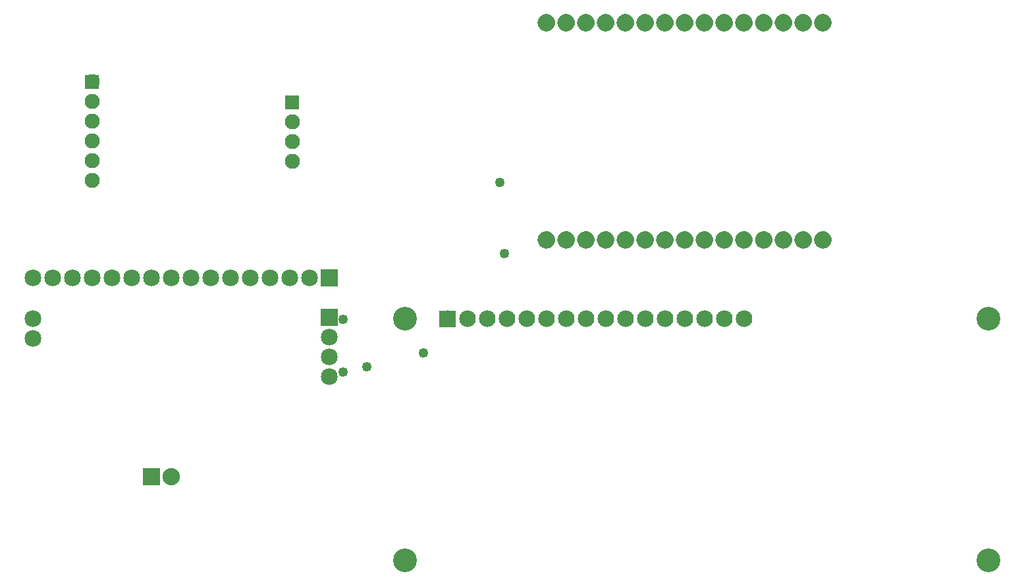
<source format=gbs>
G04 MADE WITH FRITZING*
G04 WWW.FRITZING.ORG*
G04 DOUBLE SIDED*
G04 HOLES PLATED*
G04 CONTOUR ON CENTER OF CONTOUR VECTOR*
%ASAXBY*%
%FSLAX23Y23*%
%MOIN*%
%OFA0B0*%
%SFA1.0B1.0*%
%ADD10C,0.076555*%
%ADD11C,0.059194*%
%ADD12C,0.088000*%
%ADD13C,0.084000*%
%ADD14C,0.120236*%
%ADD15C,0.085000*%
%ADD16C,0.084972*%
%ADD17C,0.049370*%
%ADD18R,0.088000X0.088000*%
%ADD19R,0.085014X0.085000*%
%ADD20R,0.085000X0.085014*%
%ADD21R,0.001000X0.001000*%
%LNMASK0*%
G90*
G70*
G54D10*
X493Y2548D03*
X493Y2448D03*
X493Y2348D03*
X493Y2248D03*
X493Y2148D03*
X493Y2648D03*
X1506Y2445D03*
X1506Y2345D03*
G54D11*
X1506Y2545D03*
G54D10*
X1506Y2245D03*
G54D12*
X793Y648D03*
X893Y648D03*
G54D13*
X2293Y1448D03*
X2393Y1448D03*
X2493Y1448D03*
X2593Y1448D03*
X2693Y1448D03*
X2793Y1448D03*
X2893Y1448D03*
X2993Y1448D03*
X3093Y1448D03*
X3193Y1448D03*
X3293Y1448D03*
X3393Y1448D03*
X3493Y1448D03*
X3593Y1448D03*
X3693Y1448D03*
X3793Y1448D03*
G54D14*
X2077Y1448D03*
X2077Y227D03*
X5029Y1448D03*
X5029Y227D03*
G54D15*
X193Y1448D03*
X193Y1348D03*
X193Y1448D03*
X193Y1348D03*
G54D16*
X1293Y1655D03*
G54D15*
X1193Y1655D03*
X1093Y1655D03*
X593Y1655D03*
G54D16*
X993Y1655D03*
G54D15*
X493Y1655D03*
X893Y1655D03*
X393Y1655D03*
X793Y1655D03*
X293Y1655D03*
X693Y1655D03*
X193Y1655D03*
X1693Y1655D03*
X1593Y1655D03*
G54D16*
X1493Y1655D03*
G54D15*
X1393Y1655D03*
X1693Y1655D03*
X1593Y1655D03*
G54D16*
X1493Y1655D03*
G54D15*
X1393Y1655D03*
G54D16*
X1293Y1655D03*
G54D15*
X1193Y1655D03*
X1093Y1655D03*
X593Y1655D03*
G54D16*
X993Y1655D03*
G54D15*
X493Y1655D03*
X893Y1655D03*
X393Y1655D03*
X793Y1655D03*
X293Y1655D03*
X693Y1655D03*
X193Y1655D03*
X1693Y1455D03*
X1693Y1355D03*
X1693Y1255D03*
X1693Y1155D03*
X1693Y1455D03*
X1693Y1355D03*
X1693Y1255D03*
X1693Y1155D03*
G54D17*
X1764Y1181D03*
X1884Y1205D03*
X2580Y1781D03*
X2172Y1277D03*
X1764Y1445D03*
X2556Y2141D03*
G54D18*
X793Y648D03*
G54D19*
X1693Y1655D03*
X1693Y1655D03*
G54D20*
X1693Y1455D03*
X1693Y1455D03*
G54D21*
X2785Y2991D02*
X2800Y2991D01*
X2885Y2991D02*
X2900Y2991D01*
X2985Y2991D02*
X3000Y2991D01*
X3085Y2991D02*
X3100Y2991D01*
X3185Y2991D02*
X3200Y2991D01*
X3285Y2991D02*
X3300Y2991D01*
X3385Y2991D02*
X3400Y2991D01*
X3485Y2991D02*
X3500Y2991D01*
X3585Y2991D02*
X3600Y2991D01*
X3685Y2991D02*
X3700Y2991D01*
X3785Y2991D02*
X3800Y2991D01*
X3885Y2991D02*
X3900Y2991D01*
X3985Y2991D02*
X4000Y2991D01*
X4085Y2991D02*
X4100Y2991D01*
X4185Y2991D02*
X4200Y2991D01*
X2781Y2990D02*
X2804Y2990D01*
X2881Y2990D02*
X2904Y2990D01*
X2981Y2990D02*
X3004Y2990D01*
X3081Y2990D02*
X3104Y2990D01*
X3181Y2990D02*
X3204Y2990D01*
X3281Y2990D02*
X3304Y2990D01*
X3381Y2990D02*
X3404Y2990D01*
X3481Y2990D02*
X3504Y2990D01*
X3581Y2990D02*
X3604Y2990D01*
X3681Y2990D02*
X3704Y2990D01*
X3781Y2990D02*
X3804Y2990D01*
X3881Y2990D02*
X3905Y2990D01*
X3981Y2990D02*
X4004Y2990D01*
X4081Y2990D02*
X4104Y2990D01*
X4181Y2990D02*
X4204Y2990D01*
X2778Y2989D02*
X2807Y2989D01*
X2878Y2989D02*
X2907Y2989D01*
X2978Y2989D02*
X3007Y2989D01*
X3078Y2989D02*
X3107Y2989D01*
X3178Y2989D02*
X3207Y2989D01*
X3278Y2989D02*
X3307Y2989D01*
X3378Y2989D02*
X3407Y2989D01*
X3478Y2989D02*
X3507Y2989D01*
X3577Y2989D02*
X3607Y2989D01*
X3677Y2989D02*
X3707Y2989D01*
X3777Y2989D02*
X3807Y2989D01*
X3878Y2989D02*
X3908Y2989D01*
X3978Y2989D02*
X4007Y2989D01*
X4078Y2989D02*
X4107Y2989D01*
X4177Y2989D02*
X4207Y2989D01*
X2775Y2988D02*
X2810Y2988D01*
X2875Y2988D02*
X2910Y2988D01*
X2975Y2988D02*
X3010Y2988D01*
X3075Y2988D02*
X3110Y2988D01*
X3175Y2988D02*
X3210Y2988D01*
X3275Y2988D02*
X3310Y2988D01*
X3375Y2988D02*
X3410Y2988D01*
X3475Y2988D02*
X3510Y2988D01*
X3575Y2988D02*
X3610Y2988D01*
X3675Y2988D02*
X3710Y2988D01*
X3775Y2988D02*
X3810Y2988D01*
X3875Y2988D02*
X3910Y2988D01*
X3975Y2988D02*
X4010Y2988D01*
X4075Y2988D02*
X4110Y2988D01*
X4175Y2988D02*
X4210Y2988D01*
X2773Y2987D02*
X2812Y2987D01*
X2873Y2987D02*
X2912Y2987D01*
X2973Y2987D02*
X3012Y2987D01*
X3073Y2987D02*
X3112Y2987D01*
X3173Y2987D02*
X3212Y2987D01*
X3273Y2987D02*
X3312Y2987D01*
X3373Y2987D02*
X3412Y2987D01*
X3473Y2987D02*
X3512Y2987D01*
X3573Y2987D02*
X3612Y2987D01*
X3673Y2987D02*
X3712Y2987D01*
X3773Y2987D02*
X3812Y2987D01*
X3873Y2987D02*
X3912Y2987D01*
X3973Y2987D02*
X4012Y2987D01*
X4073Y2987D02*
X4112Y2987D01*
X4173Y2987D02*
X4212Y2987D01*
X2771Y2986D02*
X2814Y2986D01*
X2871Y2986D02*
X2914Y2986D01*
X2971Y2986D02*
X3014Y2986D01*
X3071Y2986D02*
X3114Y2986D01*
X3171Y2986D02*
X3214Y2986D01*
X3271Y2986D02*
X3314Y2986D01*
X3371Y2986D02*
X3414Y2986D01*
X3471Y2986D02*
X3514Y2986D01*
X3571Y2986D02*
X3614Y2986D01*
X3671Y2986D02*
X3714Y2986D01*
X3771Y2986D02*
X3814Y2986D01*
X3872Y2986D02*
X3914Y2986D01*
X3971Y2986D02*
X4014Y2986D01*
X4071Y2986D02*
X4114Y2986D01*
X4171Y2986D02*
X4214Y2986D01*
X2770Y2985D02*
X2815Y2985D01*
X2870Y2985D02*
X2915Y2985D01*
X2970Y2985D02*
X3015Y2985D01*
X3070Y2985D02*
X3115Y2985D01*
X3170Y2985D02*
X3215Y2985D01*
X3270Y2985D02*
X3315Y2985D01*
X3370Y2985D02*
X3415Y2985D01*
X3470Y2985D02*
X3515Y2985D01*
X3570Y2985D02*
X3615Y2985D01*
X3670Y2985D02*
X3715Y2985D01*
X3769Y2985D02*
X3815Y2985D01*
X3870Y2985D02*
X3916Y2985D01*
X3970Y2985D02*
X4015Y2985D01*
X4070Y2985D02*
X4115Y2985D01*
X4169Y2985D02*
X4215Y2985D01*
X2768Y2984D02*
X2817Y2984D01*
X2868Y2984D02*
X2917Y2984D01*
X2968Y2984D02*
X3017Y2984D01*
X3068Y2984D02*
X3117Y2984D01*
X3168Y2984D02*
X3217Y2984D01*
X3268Y2984D02*
X3317Y2984D01*
X3368Y2984D02*
X3417Y2984D01*
X3468Y2984D02*
X3517Y2984D01*
X3568Y2984D02*
X3617Y2984D01*
X3668Y2984D02*
X3717Y2984D01*
X3768Y2984D02*
X3817Y2984D01*
X3868Y2984D02*
X3917Y2984D01*
X3968Y2984D02*
X4017Y2984D01*
X4068Y2984D02*
X4117Y2984D01*
X4168Y2984D02*
X4217Y2984D01*
X2767Y2983D02*
X2818Y2983D01*
X2867Y2983D02*
X2918Y2983D01*
X2967Y2983D02*
X3018Y2983D01*
X3067Y2983D02*
X3118Y2983D01*
X3167Y2983D02*
X3218Y2983D01*
X3267Y2983D02*
X3318Y2983D01*
X3367Y2983D02*
X3418Y2983D01*
X3467Y2983D02*
X3518Y2983D01*
X3567Y2983D02*
X3618Y2983D01*
X3667Y2983D02*
X3718Y2983D01*
X3767Y2983D02*
X3818Y2983D01*
X3867Y2983D02*
X3919Y2983D01*
X3967Y2983D02*
X4018Y2983D01*
X4067Y2983D02*
X4118Y2983D01*
X4167Y2983D02*
X4218Y2983D01*
X2765Y2982D02*
X2820Y2982D01*
X2865Y2982D02*
X2920Y2982D01*
X2965Y2982D02*
X3020Y2982D01*
X3065Y2982D02*
X3120Y2982D01*
X3165Y2982D02*
X3220Y2982D01*
X3265Y2982D02*
X3319Y2982D01*
X3365Y2982D02*
X3419Y2982D01*
X3465Y2982D02*
X3519Y2982D01*
X3565Y2982D02*
X3619Y2982D01*
X3665Y2982D02*
X3719Y2982D01*
X3765Y2982D02*
X3819Y2982D01*
X3866Y2982D02*
X3920Y2982D01*
X3966Y2982D02*
X4020Y2982D01*
X4065Y2982D02*
X4120Y2982D01*
X4165Y2982D02*
X4219Y2982D01*
X2764Y2981D02*
X2821Y2981D01*
X2864Y2981D02*
X2921Y2981D01*
X2964Y2981D02*
X3021Y2981D01*
X3064Y2981D02*
X3121Y2981D01*
X3164Y2981D02*
X3221Y2981D01*
X3264Y2981D02*
X3321Y2981D01*
X3364Y2981D02*
X3421Y2981D01*
X3464Y2981D02*
X3521Y2981D01*
X3564Y2981D02*
X3621Y2981D01*
X3664Y2981D02*
X3721Y2981D01*
X3764Y2981D02*
X3821Y2981D01*
X3864Y2981D02*
X3921Y2981D01*
X3964Y2981D02*
X4021Y2981D01*
X4064Y2981D02*
X4121Y2981D01*
X4164Y2981D02*
X4221Y2981D01*
X2763Y2980D02*
X2822Y2980D01*
X2863Y2980D02*
X2922Y2980D01*
X2963Y2980D02*
X3022Y2980D01*
X3063Y2980D02*
X3122Y2980D01*
X3163Y2980D02*
X3222Y2980D01*
X3263Y2980D02*
X3322Y2980D01*
X3363Y2980D02*
X3422Y2980D01*
X3463Y2980D02*
X3522Y2980D01*
X3563Y2980D02*
X3622Y2980D01*
X3663Y2980D02*
X3722Y2980D01*
X3763Y2980D02*
X3822Y2980D01*
X3863Y2980D02*
X3922Y2980D01*
X3963Y2980D02*
X4022Y2980D01*
X4063Y2980D02*
X4122Y2980D01*
X4163Y2980D02*
X4222Y2980D01*
X2762Y2979D02*
X2823Y2979D01*
X2862Y2979D02*
X2923Y2979D01*
X2962Y2979D02*
X3023Y2979D01*
X3062Y2979D02*
X3123Y2979D01*
X3162Y2979D02*
X3223Y2979D01*
X3262Y2979D02*
X3323Y2979D01*
X3362Y2979D02*
X3423Y2979D01*
X3462Y2979D02*
X3523Y2979D01*
X3562Y2979D02*
X3623Y2979D01*
X3662Y2979D02*
X3723Y2979D01*
X3762Y2979D02*
X3823Y2979D01*
X3862Y2979D02*
X3923Y2979D01*
X3962Y2979D02*
X4023Y2979D01*
X4062Y2979D02*
X4123Y2979D01*
X4162Y2979D02*
X4223Y2979D01*
X2761Y2978D02*
X2824Y2978D01*
X2861Y2978D02*
X2924Y2978D01*
X2961Y2978D02*
X3024Y2978D01*
X3061Y2978D02*
X3124Y2978D01*
X3161Y2978D02*
X3224Y2978D01*
X3261Y2978D02*
X3324Y2978D01*
X3361Y2978D02*
X3424Y2978D01*
X3461Y2978D02*
X3524Y2978D01*
X3561Y2978D02*
X3624Y2978D01*
X3661Y2978D02*
X3724Y2978D01*
X3761Y2978D02*
X3824Y2978D01*
X3861Y2978D02*
X3924Y2978D01*
X3961Y2978D02*
X4024Y2978D01*
X4061Y2978D02*
X4124Y2978D01*
X4161Y2978D02*
X4224Y2978D01*
X2760Y2977D02*
X2825Y2977D01*
X2860Y2977D02*
X2925Y2977D01*
X2960Y2977D02*
X3025Y2977D01*
X3060Y2977D02*
X3125Y2977D01*
X3160Y2977D02*
X3225Y2977D01*
X3260Y2977D02*
X3325Y2977D01*
X3360Y2977D02*
X3425Y2977D01*
X3460Y2977D02*
X3525Y2977D01*
X3560Y2977D02*
X3625Y2977D01*
X3660Y2977D02*
X3725Y2977D01*
X3760Y2977D02*
X3825Y2977D01*
X3860Y2977D02*
X3925Y2977D01*
X3960Y2977D02*
X4025Y2977D01*
X4060Y2977D02*
X4125Y2977D01*
X4160Y2977D02*
X4225Y2977D01*
X2759Y2976D02*
X2826Y2976D01*
X2859Y2976D02*
X2926Y2976D01*
X2959Y2976D02*
X3026Y2976D01*
X3059Y2976D02*
X3126Y2976D01*
X3159Y2976D02*
X3226Y2976D01*
X3259Y2976D02*
X3326Y2976D01*
X3359Y2976D02*
X3426Y2976D01*
X3459Y2976D02*
X3526Y2976D01*
X3559Y2976D02*
X3626Y2976D01*
X3659Y2976D02*
X3726Y2976D01*
X3759Y2976D02*
X3826Y2976D01*
X3860Y2976D02*
X3926Y2976D01*
X3959Y2976D02*
X4026Y2976D01*
X4059Y2976D02*
X4126Y2976D01*
X4159Y2976D02*
X4226Y2976D01*
X2758Y2975D02*
X2826Y2975D01*
X2858Y2975D02*
X2926Y2975D01*
X2958Y2975D02*
X3026Y2975D01*
X3058Y2975D02*
X3126Y2975D01*
X3158Y2975D02*
X3226Y2975D01*
X3258Y2975D02*
X3326Y2975D01*
X3358Y2975D02*
X3426Y2975D01*
X3458Y2975D02*
X3526Y2975D01*
X3558Y2975D02*
X3626Y2975D01*
X3658Y2975D02*
X3726Y2975D01*
X3758Y2975D02*
X3826Y2975D01*
X3859Y2975D02*
X3927Y2975D01*
X3959Y2975D02*
X4027Y2975D01*
X4058Y2975D02*
X4126Y2975D01*
X4158Y2975D02*
X4226Y2975D01*
X2758Y2974D02*
X2827Y2974D01*
X2858Y2974D02*
X2927Y2974D01*
X2958Y2974D02*
X3027Y2974D01*
X3058Y2974D02*
X3127Y2974D01*
X3158Y2974D02*
X3227Y2974D01*
X3258Y2974D02*
X3327Y2974D01*
X3358Y2974D02*
X3427Y2974D01*
X3458Y2974D02*
X3527Y2974D01*
X3558Y2974D02*
X3627Y2974D01*
X3658Y2974D02*
X3727Y2974D01*
X3758Y2974D02*
X3827Y2974D01*
X3858Y2974D02*
X3927Y2974D01*
X3958Y2974D02*
X4027Y2974D01*
X4058Y2974D02*
X4127Y2974D01*
X4158Y2974D02*
X4227Y2974D01*
X2757Y2973D02*
X2828Y2973D01*
X2857Y2973D02*
X2928Y2973D01*
X2957Y2973D02*
X3028Y2973D01*
X3057Y2973D02*
X3128Y2973D01*
X3157Y2973D02*
X3228Y2973D01*
X3257Y2973D02*
X3328Y2973D01*
X3357Y2973D02*
X3428Y2973D01*
X3457Y2973D02*
X3528Y2973D01*
X3557Y2973D02*
X3628Y2973D01*
X3657Y2973D02*
X3728Y2973D01*
X3757Y2973D02*
X3828Y2973D01*
X3857Y2973D02*
X3928Y2973D01*
X3957Y2973D02*
X4028Y2973D01*
X4057Y2973D02*
X4128Y2973D01*
X4157Y2973D02*
X4228Y2973D01*
X2756Y2972D02*
X2829Y2972D01*
X2856Y2972D02*
X2929Y2972D01*
X2956Y2972D02*
X3029Y2972D01*
X3056Y2972D02*
X3129Y2972D01*
X3156Y2972D02*
X3229Y2972D01*
X3256Y2972D02*
X3329Y2972D01*
X3356Y2972D02*
X3429Y2972D01*
X3456Y2972D02*
X3528Y2972D01*
X3556Y2972D02*
X3628Y2972D01*
X3656Y2972D02*
X3728Y2972D01*
X3756Y2972D02*
X3828Y2972D01*
X3857Y2972D02*
X3929Y2972D01*
X3956Y2972D02*
X4029Y2972D01*
X4056Y2972D02*
X4129Y2972D01*
X4156Y2972D02*
X4228Y2972D01*
X2756Y2971D02*
X2829Y2971D01*
X2856Y2971D02*
X2929Y2971D01*
X2956Y2971D02*
X3029Y2971D01*
X3056Y2971D02*
X3129Y2971D01*
X3156Y2971D02*
X3229Y2971D01*
X3256Y2971D02*
X3329Y2971D01*
X3356Y2971D02*
X3429Y2971D01*
X3456Y2971D02*
X3529Y2971D01*
X3556Y2971D02*
X3629Y2971D01*
X3656Y2971D02*
X3729Y2971D01*
X3756Y2971D02*
X3829Y2971D01*
X3856Y2971D02*
X3930Y2971D01*
X3956Y2971D02*
X4029Y2971D01*
X4056Y2971D02*
X4129Y2971D01*
X4156Y2971D02*
X4229Y2971D01*
X2755Y2970D02*
X2830Y2970D01*
X2855Y2970D02*
X2930Y2970D01*
X2955Y2970D02*
X3030Y2970D01*
X3055Y2970D02*
X3130Y2970D01*
X3155Y2970D02*
X3230Y2970D01*
X3255Y2970D02*
X3330Y2970D01*
X3355Y2970D02*
X3430Y2970D01*
X3455Y2970D02*
X3530Y2970D01*
X3555Y2970D02*
X3630Y2970D01*
X3655Y2970D02*
X3730Y2970D01*
X3755Y2970D02*
X3830Y2970D01*
X3855Y2970D02*
X3930Y2970D01*
X3955Y2970D02*
X4030Y2970D01*
X4055Y2970D02*
X4130Y2970D01*
X4155Y2970D02*
X4230Y2970D01*
X2754Y2969D02*
X2830Y2969D01*
X2854Y2969D02*
X2930Y2969D01*
X2954Y2969D02*
X3030Y2969D01*
X3054Y2969D02*
X3130Y2969D01*
X3154Y2969D02*
X3230Y2969D01*
X3254Y2969D02*
X3330Y2969D01*
X3354Y2969D02*
X3430Y2969D01*
X3454Y2969D02*
X3530Y2969D01*
X3554Y2969D02*
X3630Y2969D01*
X3654Y2969D02*
X3730Y2969D01*
X3754Y2969D02*
X3830Y2969D01*
X3855Y2969D02*
X3931Y2969D01*
X3955Y2969D02*
X4031Y2969D01*
X4054Y2969D02*
X4130Y2969D01*
X4154Y2969D02*
X4230Y2969D01*
X2754Y2968D02*
X2831Y2968D01*
X2854Y2968D02*
X2931Y2968D01*
X2954Y2968D02*
X3031Y2968D01*
X3054Y2968D02*
X3131Y2968D01*
X3154Y2968D02*
X3231Y2968D01*
X3254Y2968D02*
X3331Y2968D01*
X3354Y2968D02*
X3431Y2968D01*
X3454Y2968D02*
X3531Y2968D01*
X3554Y2968D02*
X3631Y2968D01*
X3654Y2968D02*
X3731Y2968D01*
X3754Y2968D02*
X3831Y2968D01*
X3854Y2968D02*
X3931Y2968D01*
X3954Y2968D02*
X4031Y2968D01*
X4054Y2968D02*
X4131Y2968D01*
X4154Y2968D02*
X4231Y2968D01*
X2753Y2967D02*
X2831Y2967D01*
X2853Y2967D02*
X2931Y2967D01*
X2953Y2967D02*
X3031Y2967D01*
X3053Y2967D02*
X3131Y2967D01*
X3153Y2967D02*
X3231Y2967D01*
X3253Y2967D02*
X3331Y2967D01*
X3353Y2967D02*
X3431Y2967D01*
X3453Y2967D02*
X3531Y2967D01*
X3553Y2967D02*
X3631Y2967D01*
X3653Y2967D02*
X3731Y2967D01*
X3753Y2967D02*
X3831Y2967D01*
X3854Y2967D02*
X3932Y2967D01*
X3954Y2967D02*
X4032Y2967D01*
X4053Y2967D02*
X4131Y2967D01*
X4153Y2967D02*
X4231Y2967D01*
X2753Y2966D02*
X2832Y2966D01*
X2853Y2966D02*
X2932Y2966D01*
X2953Y2966D02*
X3032Y2966D01*
X3053Y2966D02*
X3132Y2966D01*
X3153Y2966D02*
X3232Y2966D01*
X3253Y2966D02*
X3332Y2966D01*
X3353Y2966D02*
X3432Y2966D01*
X3453Y2966D02*
X3532Y2966D01*
X3553Y2966D02*
X3632Y2966D01*
X3653Y2966D02*
X3732Y2966D01*
X3753Y2966D02*
X3832Y2966D01*
X3853Y2966D02*
X3932Y2966D01*
X3953Y2966D02*
X4032Y2966D01*
X4053Y2966D02*
X4132Y2966D01*
X4153Y2966D02*
X4232Y2966D01*
X2752Y2965D02*
X2832Y2965D01*
X2852Y2965D02*
X2932Y2965D01*
X2952Y2965D02*
X3032Y2965D01*
X3052Y2965D02*
X3132Y2965D01*
X3152Y2965D02*
X3232Y2965D01*
X3252Y2965D02*
X3332Y2965D01*
X3352Y2965D02*
X3432Y2965D01*
X3452Y2965D02*
X3532Y2965D01*
X3552Y2965D02*
X3632Y2965D01*
X3652Y2965D02*
X3732Y2965D01*
X3752Y2965D02*
X3832Y2965D01*
X3853Y2965D02*
X3933Y2965D01*
X3953Y2965D02*
X4033Y2965D01*
X4052Y2965D02*
X4132Y2965D01*
X4152Y2965D02*
X4232Y2965D01*
X2752Y2964D02*
X2833Y2964D01*
X2852Y2964D02*
X2933Y2964D01*
X2952Y2964D02*
X3033Y2964D01*
X3052Y2964D02*
X3133Y2964D01*
X3152Y2964D02*
X3233Y2964D01*
X3252Y2964D02*
X3333Y2964D01*
X3352Y2964D02*
X3433Y2964D01*
X3452Y2964D02*
X3533Y2964D01*
X3552Y2964D02*
X3633Y2964D01*
X3652Y2964D02*
X3733Y2964D01*
X3752Y2964D02*
X3833Y2964D01*
X3852Y2964D02*
X3933Y2964D01*
X3952Y2964D02*
X4033Y2964D01*
X4052Y2964D02*
X4133Y2964D01*
X4152Y2964D02*
X4233Y2964D01*
X2752Y2963D02*
X2833Y2963D01*
X2852Y2963D02*
X2933Y2963D01*
X2952Y2963D02*
X3033Y2963D01*
X3052Y2963D02*
X3133Y2963D01*
X3152Y2963D02*
X3233Y2963D01*
X3252Y2963D02*
X3333Y2963D01*
X3352Y2963D02*
X3433Y2963D01*
X3452Y2963D02*
X3533Y2963D01*
X3552Y2963D02*
X3633Y2963D01*
X3652Y2963D02*
X3733Y2963D01*
X3752Y2963D02*
X3833Y2963D01*
X3852Y2963D02*
X3933Y2963D01*
X3952Y2963D02*
X4033Y2963D01*
X4052Y2963D02*
X4133Y2963D01*
X4152Y2963D02*
X4233Y2963D01*
X2751Y2962D02*
X2833Y2962D01*
X2851Y2962D02*
X2933Y2962D01*
X2951Y2962D02*
X3033Y2962D01*
X3051Y2962D02*
X3133Y2962D01*
X3151Y2962D02*
X3233Y2962D01*
X3251Y2962D02*
X3333Y2962D01*
X3351Y2962D02*
X3433Y2962D01*
X3451Y2962D02*
X3533Y2962D01*
X3551Y2962D02*
X3633Y2962D01*
X3651Y2962D02*
X3733Y2962D01*
X3751Y2962D02*
X3833Y2962D01*
X3852Y2962D02*
X3934Y2962D01*
X3952Y2962D02*
X4034Y2962D01*
X4051Y2962D02*
X4134Y2962D01*
X4151Y2962D02*
X4233Y2962D01*
X2751Y2961D02*
X2834Y2961D01*
X2851Y2961D02*
X2934Y2961D01*
X2951Y2961D02*
X3034Y2961D01*
X3051Y2961D02*
X3134Y2961D01*
X3151Y2961D02*
X3234Y2961D01*
X3251Y2961D02*
X3334Y2961D01*
X3351Y2961D02*
X3434Y2961D01*
X3451Y2961D02*
X3534Y2961D01*
X3551Y2961D02*
X3634Y2961D01*
X3651Y2961D02*
X3734Y2961D01*
X3751Y2961D02*
X3834Y2961D01*
X3851Y2961D02*
X3934Y2961D01*
X3951Y2961D02*
X4034Y2961D01*
X4051Y2961D02*
X4134Y2961D01*
X4151Y2961D02*
X4234Y2961D01*
X2751Y2960D02*
X2834Y2960D01*
X2851Y2960D02*
X2934Y2960D01*
X2951Y2960D02*
X3034Y2960D01*
X3051Y2960D02*
X3134Y2960D01*
X3151Y2960D02*
X3234Y2960D01*
X3251Y2960D02*
X3334Y2960D01*
X3351Y2960D02*
X3434Y2960D01*
X3451Y2960D02*
X3534Y2960D01*
X3551Y2960D02*
X3634Y2960D01*
X3651Y2960D02*
X3734Y2960D01*
X3751Y2960D02*
X3834Y2960D01*
X3851Y2960D02*
X3934Y2960D01*
X3951Y2960D02*
X4034Y2960D01*
X4051Y2960D02*
X4134Y2960D01*
X4151Y2960D02*
X4234Y2960D01*
X2751Y2959D02*
X2834Y2959D01*
X2851Y2959D02*
X2934Y2959D01*
X2951Y2959D02*
X3034Y2959D01*
X3051Y2959D02*
X3134Y2959D01*
X3150Y2959D02*
X3234Y2959D01*
X3250Y2959D02*
X3334Y2959D01*
X3350Y2959D02*
X3434Y2959D01*
X3450Y2959D02*
X3534Y2959D01*
X3550Y2959D02*
X3634Y2959D01*
X3650Y2959D02*
X3734Y2959D01*
X3750Y2959D02*
X3834Y2959D01*
X3851Y2959D02*
X3935Y2959D01*
X3951Y2959D02*
X4035Y2959D01*
X4051Y2959D02*
X4134Y2959D01*
X4150Y2959D02*
X4234Y2959D01*
X2750Y2958D02*
X2835Y2958D01*
X2850Y2958D02*
X2935Y2958D01*
X2950Y2958D02*
X3035Y2958D01*
X3050Y2958D02*
X3135Y2958D01*
X3150Y2958D02*
X3235Y2958D01*
X3250Y2958D02*
X3335Y2958D01*
X3350Y2958D02*
X3435Y2958D01*
X3450Y2958D02*
X3535Y2958D01*
X3550Y2958D02*
X3635Y2958D01*
X3650Y2958D02*
X3734Y2958D01*
X3750Y2958D02*
X3834Y2958D01*
X3851Y2958D02*
X3935Y2958D01*
X3950Y2958D02*
X4035Y2958D01*
X4050Y2958D02*
X4135Y2958D01*
X4150Y2958D02*
X4234Y2958D01*
X2750Y2957D02*
X2835Y2957D01*
X2850Y2957D02*
X2935Y2957D01*
X2950Y2957D02*
X3035Y2957D01*
X3050Y2957D02*
X3135Y2957D01*
X3150Y2957D02*
X3235Y2957D01*
X3250Y2957D02*
X3335Y2957D01*
X3350Y2957D02*
X3435Y2957D01*
X3450Y2957D02*
X3535Y2957D01*
X3550Y2957D02*
X3635Y2957D01*
X3650Y2957D02*
X3735Y2957D01*
X3750Y2957D02*
X3835Y2957D01*
X3850Y2957D02*
X3935Y2957D01*
X3950Y2957D02*
X4035Y2957D01*
X4050Y2957D02*
X4135Y2957D01*
X4150Y2957D02*
X4235Y2957D01*
X2750Y2956D02*
X2835Y2956D01*
X2850Y2956D02*
X2935Y2956D01*
X2950Y2956D02*
X3035Y2956D01*
X3050Y2956D02*
X3135Y2956D01*
X3150Y2956D02*
X3235Y2956D01*
X3250Y2956D02*
X3335Y2956D01*
X3350Y2956D02*
X3435Y2956D01*
X3450Y2956D02*
X3535Y2956D01*
X3550Y2956D02*
X3635Y2956D01*
X3650Y2956D02*
X3735Y2956D01*
X3750Y2956D02*
X3835Y2956D01*
X3850Y2956D02*
X3935Y2956D01*
X3950Y2956D02*
X4035Y2956D01*
X4050Y2956D02*
X4135Y2956D01*
X4150Y2956D02*
X4235Y2956D01*
X2750Y2955D02*
X2835Y2955D01*
X2850Y2955D02*
X2935Y2955D01*
X2950Y2955D02*
X3035Y2955D01*
X3050Y2955D02*
X3135Y2955D01*
X3150Y2955D02*
X3235Y2955D01*
X3250Y2955D02*
X3335Y2955D01*
X3350Y2955D02*
X3435Y2955D01*
X3450Y2955D02*
X3535Y2955D01*
X3550Y2955D02*
X3635Y2955D01*
X3650Y2955D02*
X3735Y2955D01*
X3750Y2955D02*
X3835Y2955D01*
X3850Y2955D02*
X3936Y2955D01*
X3950Y2955D02*
X4035Y2955D01*
X4050Y2955D02*
X4135Y2955D01*
X4150Y2955D02*
X4235Y2955D01*
X2750Y2954D02*
X2835Y2954D01*
X2850Y2954D02*
X2935Y2954D01*
X2950Y2954D02*
X3035Y2954D01*
X3050Y2954D02*
X3135Y2954D01*
X3149Y2954D02*
X3235Y2954D01*
X3249Y2954D02*
X3335Y2954D01*
X3349Y2954D02*
X3435Y2954D01*
X3449Y2954D02*
X3535Y2954D01*
X3549Y2954D02*
X3635Y2954D01*
X3649Y2954D02*
X3735Y2954D01*
X3749Y2954D02*
X3835Y2954D01*
X3850Y2954D02*
X3936Y2954D01*
X3950Y2954D02*
X4036Y2954D01*
X4050Y2954D02*
X4135Y2954D01*
X4149Y2954D02*
X4235Y2954D01*
X2749Y2953D02*
X2835Y2953D01*
X2849Y2953D02*
X2935Y2953D01*
X2949Y2953D02*
X3035Y2953D01*
X3049Y2953D02*
X3135Y2953D01*
X3149Y2953D02*
X3235Y2953D01*
X3249Y2953D02*
X3335Y2953D01*
X3349Y2953D02*
X3435Y2953D01*
X3449Y2953D02*
X3535Y2953D01*
X3549Y2953D02*
X3635Y2953D01*
X3649Y2953D02*
X3735Y2953D01*
X3749Y2953D02*
X3835Y2953D01*
X3850Y2953D02*
X3936Y2953D01*
X3950Y2953D02*
X4036Y2953D01*
X4049Y2953D02*
X4136Y2953D01*
X4149Y2953D02*
X4235Y2953D01*
X2749Y2952D02*
X2836Y2952D01*
X2849Y2952D02*
X2936Y2952D01*
X2949Y2952D02*
X3036Y2952D01*
X3049Y2952D02*
X3136Y2952D01*
X3149Y2952D02*
X3236Y2952D01*
X3249Y2952D02*
X3336Y2952D01*
X3349Y2952D02*
X3436Y2952D01*
X3449Y2952D02*
X3536Y2952D01*
X3549Y2952D02*
X3636Y2952D01*
X3649Y2952D02*
X3736Y2952D01*
X3749Y2952D02*
X3836Y2952D01*
X3850Y2952D02*
X3936Y2952D01*
X3949Y2952D02*
X4036Y2952D01*
X4049Y2952D02*
X4136Y2952D01*
X4149Y2952D02*
X4235Y2952D01*
X2749Y2951D02*
X2836Y2951D01*
X2849Y2951D02*
X2936Y2951D01*
X2949Y2951D02*
X3036Y2951D01*
X3049Y2951D02*
X3136Y2951D01*
X3149Y2951D02*
X3236Y2951D01*
X3249Y2951D02*
X3336Y2951D01*
X3349Y2951D02*
X3436Y2951D01*
X3449Y2951D02*
X3536Y2951D01*
X3549Y2951D02*
X3636Y2951D01*
X3649Y2951D02*
X3736Y2951D01*
X3749Y2951D02*
X3836Y2951D01*
X3850Y2951D02*
X3936Y2951D01*
X3949Y2951D02*
X4036Y2951D01*
X4049Y2951D02*
X4136Y2951D01*
X4149Y2951D02*
X4236Y2951D01*
X2749Y2950D02*
X2836Y2950D01*
X2849Y2950D02*
X2936Y2950D01*
X2949Y2950D02*
X3036Y2950D01*
X3049Y2950D02*
X3136Y2950D01*
X3149Y2950D02*
X3236Y2950D01*
X3249Y2950D02*
X3336Y2950D01*
X3349Y2950D02*
X3436Y2950D01*
X3449Y2950D02*
X3536Y2950D01*
X3549Y2950D02*
X3636Y2950D01*
X3649Y2950D02*
X3736Y2950D01*
X3749Y2950D02*
X3836Y2950D01*
X3849Y2950D02*
X3936Y2950D01*
X3949Y2950D02*
X4036Y2950D01*
X4049Y2950D02*
X4136Y2950D01*
X4149Y2950D02*
X4236Y2950D01*
X2749Y2949D02*
X2836Y2949D01*
X2849Y2949D02*
X2936Y2949D01*
X2949Y2949D02*
X3036Y2949D01*
X3049Y2949D02*
X3136Y2949D01*
X3149Y2949D02*
X3236Y2949D01*
X3249Y2949D02*
X3336Y2949D01*
X3349Y2949D02*
X3436Y2949D01*
X3449Y2949D02*
X3536Y2949D01*
X3549Y2949D02*
X3636Y2949D01*
X3649Y2949D02*
X3736Y2949D01*
X3749Y2949D02*
X3836Y2949D01*
X3849Y2949D02*
X3936Y2949D01*
X3949Y2949D02*
X4036Y2949D01*
X4049Y2949D02*
X4136Y2949D01*
X4149Y2949D02*
X4236Y2949D01*
X2749Y2948D02*
X2836Y2948D01*
X2849Y2948D02*
X2936Y2948D01*
X2949Y2948D02*
X3036Y2948D01*
X3049Y2948D02*
X3136Y2948D01*
X3149Y2948D02*
X3236Y2948D01*
X3249Y2948D02*
X3336Y2948D01*
X3349Y2948D02*
X3436Y2948D01*
X3449Y2948D02*
X3536Y2948D01*
X3549Y2948D02*
X3636Y2948D01*
X3649Y2948D02*
X3736Y2948D01*
X3749Y2948D02*
X3836Y2948D01*
X3849Y2948D02*
X3936Y2948D01*
X3949Y2948D02*
X4036Y2948D01*
X4049Y2948D02*
X4136Y2948D01*
X4149Y2948D02*
X4236Y2948D01*
X2749Y2947D02*
X2836Y2947D01*
X2849Y2947D02*
X2936Y2947D01*
X2949Y2947D02*
X3036Y2947D01*
X3049Y2947D02*
X3136Y2947D01*
X3149Y2947D02*
X3236Y2947D01*
X3249Y2947D02*
X3336Y2947D01*
X3349Y2947D02*
X3436Y2947D01*
X3449Y2947D02*
X3536Y2947D01*
X3549Y2947D02*
X3636Y2947D01*
X3649Y2947D02*
X3736Y2947D01*
X3749Y2947D02*
X3836Y2947D01*
X3849Y2947D02*
X3936Y2947D01*
X3949Y2947D02*
X4036Y2947D01*
X4049Y2947D02*
X4136Y2947D01*
X4149Y2947D02*
X4236Y2947D01*
X2749Y2946D02*
X2836Y2946D01*
X2849Y2946D02*
X2936Y2946D01*
X2949Y2946D02*
X3036Y2946D01*
X3049Y2946D02*
X3136Y2946D01*
X3149Y2946D02*
X3236Y2946D01*
X3249Y2946D02*
X3336Y2946D01*
X3349Y2946D02*
X3436Y2946D01*
X3449Y2946D02*
X3536Y2946D01*
X3549Y2946D02*
X3636Y2946D01*
X3649Y2946D02*
X3736Y2946D01*
X3749Y2946D02*
X3836Y2946D01*
X3849Y2946D02*
X3936Y2946D01*
X3949Y2946D02*
X4036Y2946D01*
X4049Y2946D02*
X4136Y2946D01*
X4149Y2946D02*
X4236Y2946D01*
X2749Y2945D02*
X2836Y2945D01*
X2849Y2945D02*
X2936Y2945D01*
X2949Y2945D02*
X3036Y2945D01*
X3049Y2945D02*
X3136Y2945D01*
X3149Y2945D02*
X3236Y2945D01*
X3249Y2945D02*
X3336Y2945D01*
X3349Y2945D02*
X3436Y2945D01*
X3449Y2945D02*
X3536Y2945D01*
X3549Y2945D02*
X3636Y2945D01*
X3649Y2945D02*
X3736Y2945D01*
X3749Y2945D02*
X3836Y2945D01*
X3850Y2945D02*
X3936Y2945D01*
X3949Y2945D02*
X4036Y2945D01*
X4049Y2945D02*
X4136Y2945D01*
X4149Y2945D02*
X4236Y2945D01*
X2749Y2944D02*
X2836Y2944D01*
X2849Y2944D02*
X2936Y2944D01*
X2949Y2944D02*
X3036Y2944D01*
X3049Y2944D02*
X3136Y2944D01*
X3149Y2944D02*
X3236Y2944D01*
X3249Y2944D02*
X3336Y2944D01*
X3349Y2944D02*
X3436Y2944D01*
X3449Y2944D02*
X3536Y2944D01*
X3549Y2944D02*
X3636Y2944D01*
X3649Y2944D02*
X3736Y2944D01*
X3749Y2944D02*
X3836Y2944D01*
X3850Y2944D02*
X3936Y2944D01*
X3949Y2944D02*
X4036Y2944D01*
X4049Y2944D02*
X4136Y2944D01*
X4149Y2944D02*
X4235Y2944D01*
X2749Y2943D02*
X2836Y2943D01*
X2849Y2943D02*
X2936Y2943D01*
X2949Y2943D02*
X3036Y2943D01*
X3049Y2943D02*
X3135Y2943D01*
X3149Y2943D02*
X3235Y2943D01*
X3249Y2943D02*
X3335Y2943D01*
X3349Y2943D02*
X3435Y2943D01*
X3449Y2943D02*
X3535Y2943D01*
X3549Y2943D02*
X3635Y2943D01*
X3649Y2943D02*
X3735Y2943D01*
X3749Y2943D02*
X3835Y2943D01*
X3850Y2943D02*
X3936Y2943D01*
X3950Y2943D02*
X4036Y2943D01*
X4049Y2943D02*
X4136Y2943D01*
X4149Y2943D02*
X4235Y2943D01*
X2750Y2942D02*
X2835Y2942D01*
X2849Y2942D02*
X2935Y2942D01*
X2949Y2942D02*
X3035Y2942D01*
X3049Y2942D02*
X3135Y2942D01*
X3149Y2942D02*
X3235Y2942D01*
X3249Y2942D02*
X3335Y2942D01*
X3349Y2942D02*
X3435Y2942D01*
X3449Y2942D02*
X3535Y2942D01*
X3549Y2942D02*
X3635Y2942D01*
X3649Y2942D02*
X3735Y2942D01*
X3749Y2942D02*
X3835Y2942D01*
X3850Y2942D02*
X3936Y2942D01*
X3950Y2942D02*
X4036Y2942D01*
X4050Y2942D02*
X4135Y2942D01*
X4149Y2942D02*
X4235Y2942D01*
X2750Y2941D02*
X2835Y2941D01*
X2850Y2941D02*
X2935Y2941D01*
X2950Y2941D02*
X3035Y2941D01*
X3050Y2941D02*
X3135Y2941D01*
X3150Y2941D02*
X3235Y2941D01*
X3250Y2941D02*
X3335Y2941D01*
X3350Y2941D02*
X3435Y2941D01*
X3450Y2941D02*
X3535Y2941D01*
X3550Y2941D02*
X3635Y2941D01*
X3650Y2941D02*
X3735Y2941D01*
X3750Y2941D02*
X3835Y2941D01*
X3850Y2941D02*
X3936Y2941D01*
X3950Y2941D02*
X4035Y2941D01*
X4050Y2941D02*
X4135Y2941D01*
X4150Y2941D02*
X4235Y2941D01*
X2750Y2940D02*
X2835Y2940D01*
X2850Y2940D02*
X2935Y2940D01*
X2950Y2940D02*
X3035Y2940D01*
X3050Y2940D02*
X3135Y2940D01*
X3150Y2940D02*
X3235Y2940D01*
X3250Y2940D02*
X3335Y2940D01*
X3350Y2940D02*
X3435Y2940D01*
X3450Y2940D02*
X3535Y2940D01*
X3550Y2940D02*
X3635Y2940D01*
X3650Y2940D02*
X3735Y2940D01*
X3750Y2940D02*
X3835Y2940D01*
X3850Y2940D02*
X3935Y2940D01*
X3950Y2940D02*
X4035Y2940D01*
X4050Y2940D02*
X4135Y2940D01*
X4150Y2940D02*
X4235Y2940D01*
X2750Y2939D02*
X2835Y2939D01*
X2850Y2939D02*
X2935Y2939D01*
X2950Y2939D02*
X3035Y2939D01*
X3050Y2939D02*
X3135Y2939D01*
X3150Y2939D02*
X3235Y2939D01*
X3250Y2939D02*
X3335Y2939D01*
X3350Y2939D02*
X3435Y2939D01*
X3450Y2939D02*
X3535Y2939D01*
X3550Y2939D02*
X3635Y2939D01*
X3650Y2939D02*
X3735Y2939D01*
X3750Y2939D02*
X3835Y2939D01*
X3850Y2939D02*
X3935Y2939D01*
X3950Y2939D02*
X4035Y2939D01*
X4050Y2939D02*
X4135Y2939D01*
X4150Y2939D02*
X4235Y2939D01*
X2750Y2938D02*
X2835Y2938D01*
X2850Y2938D02*
X2935Y2938D01*
X2950Y2938D02*
X3035Y2938D01*
X3050Y2938D02*
X3135Y2938D01*
X3150Y2938D02*
X3235Y2938D01*
X3250Y2938D02*
X3335Y2938D01*
X3350Y2938D02*
X3435Y2938D01*
X3450Y2938D02*
X3535Y2938D01*
X3550Y2938D02*
X3635Y2938D01*
X3650Y2938D02*
X3735Y2938D01*
X3750Y2938D02*
X3835Y2938D01*
X3851Y2938D02*
X3935Y2938D01*
X3950Y2938D02*
X4035Y2938D01*
X4050Y2938D02*
X4135Y2938D01*
X4150Y2938D02*
X4234Y2938D01*
X2750Y2937D02*
X2834Y2937D01*
X2850Y2937D02*
X2934Y2937D01*
X2950Y2937D02*
X3034Y2937D01*
X3050Y2937D02*
X3134Y2937D01*
X3150Y2937D02*
X3234Y2937D01*
X3250Y2937D02*
X3334Y2937D01*
X3350Y2937D02*
X3434Y2937D01*
X3450Y2937D02*
X3534Y2937D01*
X3550Y2937D02*
X3634Y2937D01*
X3650Y2937D02*
X3734Y2937D01*
X3750Y2937D02*
X3834Y2937D01*
X3851Y2937D02*
X3935Y2937D01*
X3951Y2937D02*
X4035Y2937D01*
X4051Y2937D02*
X4134Y2937D01*
X4150Y2937D02*
X4234Y2937D01*
X2751Y2936D02*
X2834Y2936D01*
X2851Y2936D02*
X2934Y2936D01*
X2951Y2936D02*
X3034Y2936D01*
X3051Y2936D02*
X3134Y2936D01*
X3151Y2936D02*
X3234Y2936D01*
X3251Y2936D02*
X3334Y2936D01*
X3351Y2936D02*
X3434Y2936D01*
X3451Y2936D02*
X3534Y2936D01*
X3551Y2936D02*
X3634Y2936D01*
X3651Y2936D02*
X3734Y2936D01*
X3751Y2936D02*
X3834Y2936D01*
X3851Y2936D02*
X3934Y2936D01*
X3951Y2936D02*
X4034Y2936D01*
X4051Y2936D02*
X4134Y2936D01*
X4151Y2936D02*
X4234Y2936D01*
X2751Y2935D02*
X2834Y2935D01*
X2851Y2935D02*
X2934Y2935D01*
X2951Y2935D02*
X3034Y2935D01*
X3051Y2935D02*
X3134Y2935D01*
X3151Y2935D02*
X3234Y2935D01*
X3251Y2935D02*
X3334Y2935D01*
X3351Y2935D02*
X3434Y2935D01*
X3451Y2935D02*
X3534Y2935D01*
X3551Y2935D02*
X3634Y2935D01*
X3651Y2935D02*
X3734Y2935D01*
X3751Y2935D02*
X3834Y2935D01*
X3851Y2935D02*
X3934Y2935D01*
X3951Y2935D02*
X4034Y2935D01*
X4051Y2935D02*
X4134Y2935D01*
X4151Y2935D02*
X4234Y2935D01*
X2751Y2934D02*
X2834Y2934D01*
X2851Y2934D02*
X2934Y2934D01*
X2951Y2934D02*
X3034Y2934D01*
X3051Y2934D02*
X3134Y2934D01*
X3151Y2934D02*
X3233Y2934D01*
X3251Y2934D02*
X3333Y2934D01*
X3351Y2934D02*
X3433Y2934D01*
X3451Y2934D02*
X3533Y2934D01*
X3551Y2934D02*
X3633Y2934D01*
X3651Y2934D02*
X3733Y2934D01*
X3751Y2934D02*
X3833Y2934D01*
X3852Y2934D02*
X3934Y2934D01*
X3952Y2934D02*
X4034Y2934D01*
X4051Y2934D02*
X4134Y2934D01*
X4151Y2934D02*
X4233Y2934D01*
X2752Y2933D02*
X2833Y2933D01*
X2852Y2933D02*
X2933Y2933D01*
X2952Y2933D02*
X3033Y2933D01*
X3052Y2933D02*
X3133Y2933D01*
X3152Y2933D02*
X3233Y2933D01*
X3252Y2933D02*
X3333Y2933D01*
X3352Y2933D02*
X3433Y2933D01*
X3452Y2933D02*
X3533Y2933D01*
X3552Y2933D02*
X3633Y2933D01*
X3652Y2933D02*
X3733Y2933D01*
X3752Y2933D02*
X3833Y2933D01*
X3852Y2933D02*
X3934Y2933D01*
X3952Y2933D02*
X4033Y2933D01*
X4052Y2933D02*
X4133Y2933D01*
X4152Y2933D02*
X4233Y2933D01*
X2752Y2932D02*
X2833Y2932D01*
X2852Y2932D02*
X2933Y2932D01*
X2952Y2932D02*
X3033Y2932D01*
X3052Y2932D02*
X3133Y2932D01*
X3152Y2932D02*
X3233Y2932D01*
X3252Y2932D02*
X3333Y2932D01*
X3352Y2932D02*
X3433Y2932D01*
X3452Y2932D02*
X3533Y2932D01*
X3552Y2932D02*
X3633Y2932D01*
X3652Y2932D02*
X3733Y2932D01*
X3752Y2932D02*
X3833Y2932D01*
X3852Y2932D02*
X3933Y2932D01*
X3952Y2932D02*
X4033Y2932D01*
X4052Y2932D02*
X4133Y2932D01*
X4152Y2932D02*
X4233Y2932D01*
X2752Y2931D02*
X2832Y2931D01*
X2852Y2931D02*
X2932Y2931D01*
X2952Y2931D02*
X3032Y2931D01*
X3052Y2931D02*
X3132Y2931D01*
X3152Y2931D02*
X3232Y2931D01*
X3252Y2931D02*
X3332Y2931D01*
X3352Y2931D02*
X3432Y2931D01*
X3452Y2931D02*
X3532Y2931D01*
X3552Y2931D02*
X3632Y2931D01*
X3652Y2931D02*
X3732Y2931D01*
X3752Y2931D02*
X3832Y2931D01*
X3853Y2931D02*
X3933Y2931D01*
X3953Y2931D02*
X4033Y2931D01*
X4052Y2931D02*
X4132Y2931D01*
X4152Y2931D02*
X4232Y2931D01*
X2753Y2930D02*
X2832Y2930D01*
X2853Y2930D02*
X2932Y2930D01*
X2953Y2930D02*
X3032Y2930D01*
X3053Y2930D02*
X3132Y2930D01*
X3153Y2930D02*
X3232Y2930D01*
X3253Y2930D02*
X3332Y2930D01*
X3353Y2930D02*
X3432Y2930D01*
X3453Y2930D02*
X3532Y2930D01*
X3553Y2930D02*
X3632Y2930D01*
X3653Y2930D02*
X3732Y2930D01*
X3753Y2930D02*
X3832Y2930D01*
X3853Y2930D02*
X3932Y2930D01*
X3953Y2930D02*
X4032Y2930D01*
X4053Y2930D02*
X4132Y2930D01*
X4153Y2930D02*
X4232Y2930D01*
X2753Y2929D02*
X2832Y2929D01*
X2853Y2929D02*
X2931Y2929D01*
X2953Y2929D02*
X3031Y2929D01*
X3053Y2929D02*
X3131Y2929D01*
X3153Y2929D02*
X3231Y2929D01*
X3253Y2929D02*
X3331Y2929D01*
X3353Y2929D02*
X3431Y2929D01*
X3453Y2929D02*
X3531Y2929D01*
X3553Y2929D02*
X3631Y2929D01*
X3653Y2929D02*
X3731Y2929D01*
X3753Y2929D02*
X3831Y2929D01*
X3854Y2929D02*
X3932Y2929D01*
X3954Y2929D02*
X4032Y2929D01*
X4053Y2929D02*
X4132Y2929D01*
X4153Y2929D02*
X4231Y2929D01*
X2754Y2928D02*
X2831Y2928D01*
X2854Y2928D02*
X2931Y2928D01*
X2954Y2928D02*
X3031Y2928D01*
X3054Y2928D02*
X3131Y2928D01*
X3154Y2928D02*
X3231Y2928D01*
X3254Y2928D02*
X3331Y2928D01*
X3354Y2928D02*
X3431Y2928D01*
X3454Y2928D02*
X3531Y2928D01*
X3554Y2928D02*
X3631Y2928D01*
X3654Y2928D02*
X3731Y2928D01*
X3754Y2928D02*
X3831Y2928D01*
X3854Y2928D02*
X3931Y2928D01*
X3954Y2928D02*
X4031Y2928D01*
X4054Y2928D02*
X4131Y2928D01*
X4154Y2928D02*
X4231Y2928D01*
X2754Y2927D02*
X2830Y2927D01*
X2854Y2927D02*
X2930Y2927D01*
X2954Y2927D02*
X3030Y2927D01*
X3054Y2927D02*
X3130Y2927D01*
X3154Y2927D02*
X3230Y2927D01*
X3254Y2927D02*
X3330Y2927D01*
X3354Y2927D02*
X3430Y2927D01*
X3454Y2927D02*
X3530Y2927D01*
X3554Y2927D02*
X3630Y2927D01*
X3654Y2927D02*
X3730Y2927D01*
X3754Y2927D02*
X3830Y2927D01*
X3855Y2927D02*
X3931Y2927D01*
X3955Y2927D02*
X4031Y2927D01*
X4054Y2927D02*
X4131Y2927D01*
X4154Y2927D02*
X4230Y2927D01*
X2755Y2926D02*
X2830Y2926D01*
X2855Y2926D02*
X2930Y2926D01*
X2955Y2926D02*
X3030Y2926D01*
X3055Y2926D02*
X3130Y2926D01*
X3155Y2926D02*
X3230Y2926D01*
X3255Y2926D02*
X3330Y2926D01*
X3355Y2926D02*
X3430Y2926D01*
X3455Y2926D02*
X3530Y2926D01*
X3555Y2926D02*
X3630Y2926D01*
X3655Y2926D02*
X3730Y2926D01*
X3755Y2926D02*
X3830Y2926D01*
X3855Y2926D02*
X3930Y2926D01*
X3955Y2926D02*
X4030Y2926D01*
X4055Y2926D02*
X4130Y2926D01*
X4155Y2926D02*
X4230Y2926D01*
X2756Y2925D02*
X2829Y2925D01*
X2856Y2925D02*
X2929Y2925D01*
X2956Y2925D02*
X3029Y2925D01*
X3056Y2925D02*
X3129Y2925D01*
X3156Y2925D02*
X3229Y2925D01*
X3256Y2925D02*
X3329Y2925D01*
X3356Y2925D02*
X3429Y2925D01*
X3456Y2925D02*
X3529Y2925D01*
X3556Y2925D02*
X3629Y2925D01*
X3656Y2925D02*
X3729Y2925D01*
X3755Y2925D02*
X3829Y2925D01*
X3856Y2925D02*
X3930Y2925D01*
X3956Y2925D02*
X4029Y2925D01*
X4056Y2925D02*
X4129Y2925D01*
X4155Y2925D02*
X4229Y2925D01*
X2756Y2924D02*
X2829Y2924D01*
X2856Y2924D02*
X2929Y2924D01*
X2956Y2924D02*
X3029Y2924D01*
X3056Y2924D02*
X3129Y2924D01*
X3156Y2924D02*
X3229Y2924D01*
X3256Y2924D02*
X3329Y2924D01*
X3356Y2924D02*
X3429Y2924D01*
X3456Y2924D02*
X3529Y2924D01*
X3556Y2924D02*
X3629Y2924D01*
X3656Y2924D02*
X3729Y2924D01*
X3756Y2924D02*
X3829Y2924D01*
X3857Y2924D02*
X3929Y2924D01*
X3956Y2924D02*
X4029Y2924D01*
X4056Y2924D02*
X4129Y2924D01*
X4156Y2924D02*
X4229Y2924D01*
X2757Y2923D02*
X2828Y2923D01*
X2857Y2923D02*
X2928Y2923D01*
X2957Y2923D02*
X3028Y2923D01*
X3057Y2923D02*
X3128Y2923D01*
X3157Y2923D02*
X3228Y2923D01*
X3257Y2923D02*
X3328Y2923D01*
X3357Y2923D02*
X3428Y2923D01*
X3457Y2923D02*
X3528Y2923D01*
X3557Y2923D02*
X3628Y2923D01*
X3657Y2923D02*
X3728Y2923D01*
X3757Y2923D02*
X3828Y2923D01*
X3857Y2923D02*
X3928Y2923D01*
X3957Y2923D02*
X4028Y2923D01*
X4057Y2923D02*
X4128Y2923D01*
X4157Y2923D02*
X4228Y2923D01*
X2758Y2922D02*
X2827Y2922D01*
X2858Y2922D02*
X2927Y2922D01*
X2958Y2922D02*
X3027Y2922D01*
X3058Y2922D02*
X3127Y2922D01*
X3158Y2922D02*
X3227Y2922D01*
X3258Y2922D02*
X3327Y2922D01*
X3358Y2922D02*
X3427Y2922D01*
X3458Y2922D02*
X3527Y2922D01*
X3558Y2922D02*
X3627Y2922D01*
X3658Y2922D02*
X3727Y2922D01*
X3758Y2922D02*
X3827Y2922D01*
X3858Y2922D02*
X3928Y2922D01*
X3958Y2922D02*
X4027Y2922D01*
X4058Y2922D02*
X4127Y2922D01*
X4157Y2922D02*
X4227Y2922D01*
X2758Y2921D02*
X2827Y2921D01*
X2858Y2921D02*
X2926Y2921D01*
X2958Y2921D02*
X3026Y2921D01*
X3058Y2921D02*
X3126Y2921D01*
X3158Y2921D02*
X3226Y2921D01*
X3258Y2921D02*
X3326Y2921D01*
X3358Y2921D02*
X3426Y2921D01*
X3458Y2921D02*
X3526Y2921D01*
X3558Y2921D02*
X3626Y2921D01*
X3658Y2921D02*
X3726Y2921D01*
X3758Y2921D02*
X3826Y2921D01*
X3859Y2921D02*
X3927Y2921D01*
X3959Y2921D02*
X4027Y2921D01*
X4058Y2921D02*
X4127Y2921D01*
X4158Y2921D02*
X4226Y2921D01*
X2759Y2920D02*
X2826Y2920D01*
X2859Y2920D02*
X2926Y2920D01*
X2959Y2920D02*
X3026Y2920D01*
X3059Y2920D02*
X3126Y2920D01*
X3159Y2920D02*
X3226Y2920D01*
X3259Y2920D02*
X3326Y2920D01*
X3359Y2920D02*
X3426Y2920D01*
X3459Y2920D02*
X3526Y2920D01*
X3559Y2920D02*
X3626Y2920D01*
X3659Y2920D02*
X3726Y2920D01*
X3759Y2920D02*
X3826Y2920D01*
X3859Y2920D02*
X3926Y2920D01*
X3959Y2920D02*
X4026Y2920D01*
X4059Y2920D02*
X4126Y2920D01*
X4159Y2920D02*
X4226Y2920D01*
X2760Y2919D02*
X2825Y2919D01*
X2860Y2919D02*
X2925Y2919D01*
X2960Y2919D02*
X3025Y2919D01*
X3060Y2919D02*
X3125Y2919D01*
X3160Y2919D02*
X3225Y2919D01*
X3260Y2919D02*
X3325Y2919D01*
X3360Y2919D02*
X3425Y2919D01*
X3460Y2919D02*
X3525Y2919D01*
X3560Y2919D02*
X3625Y2919D01*
X3660Y2919D02*
X3725Y2919D01*
X3760Y2919D02*
X3825Y2919D01*
X3860Y2919D02*
X3925Y2919D01*
X3960Y2919D02*
X4025Y2919D01*
X4060Y2919D02*
X4125Y2919D01*
X4160Y2919D02*
X4225Y2919D01*
X2761Y2918D02*
X2824Y2918D01*
X2861Y2918D02*
X2924Y2918D01*
X2961Y2918D02*
X3024Y2918D01*
X3061Y2918D02*
X3124Y2918D01*
X3161Y2918D02*
X3224Y2918D01*
X3261Y2918D02*
X3324Y2918D01*
X3361Y2918D02*
X3424Y2918D01*
X3461Y2918D02*
X3524Y2918D01*
X3561Y2918D02*
X3624Y2918D01*
X3661Y2918D02*
X3724Y2918D01*
X3761Y2918D02*
X3824Y2918D01*
X3861Y2918D02*
X3924Y2918D01*
X3961Y2918D02*
X4024Y2918D01*
X4061Y2918D02*
X4124Y2918D01*
X4161Y2918D02*
X4224Y2918D01*
X2762Y2917D02*
X2823Y2917D01*
X2862Y2917D02*
X2923Y2917D01*
X2962Y2917D02*
X3023Y2917D01*
X3062Y2917D02*
X3123Y2917D01*
X3162Y2917D02*
X3223Y2917D01*
X3262Y2917D02*
X3323Y2917D01*
X3362Y2917D02*
X3423Y2917D01*
X3462Y2917D02*
X3523Y2917D01*
X3562Y2917D02*
X3623Y2917D01*
X3662Y2917D02*
X3723Y2917D01*
X3762Y2917D02*
X3823Y2917D01*
X3862Y2917D02*
X3923Y2917D01*
X3962Y2917D02*
X4023Y2917D01*
X4062Y2917D02*
X4123Y2917D01*
X4162Y2917D02*
X4223Y2917D01*
X2763Y2916D02*
X2822Y2916D01*
X2863Y2916D02*
X2922Y2916D01*
X2963Y2916D02*
X3022Y2916D01*
X3063Y2916D02*
X3122Y2916D01*
X3163Y2916D02*
X3222Y2916D01*
X3263Y2916D02*
X3322Y2916D01*
X3363Y2916D02*
X3422Y2916D01*
X3463Y2916D02*
X3522Y2916D01*
X3563Y2916D02*
X3622Y2916D01*
X3663Y2916D02*
X3722Y2916D01*
X3763Y2916D02*
X3822Y2916D01*
X3863Y2916D02*
X3922Y2916D01*
X3963Y2916D02*
X4022Y2916D01*
X4063Y2916D02*
X4122Y2916D01*
X4163Y2916D02*
X4222Y2916D01*
X2764Y2915D02*
X2821Y2915D01*
X2864Y2915D02*
X2921Y2915D01*
X2964Y2915D02*
X3021Y2915D01*
X3064Y2915D02*
X3121Y2915D01*
X3164Y2915D02*
X3221Y2915D01*
X3264Y2915D02*
X3321Y2915D01*
X3364Y2915D02*
X3421Y2915D01*
X3464Y2915D02*
X3521Y2915D01*
X3564Y2915D02*
X3621Y2915D01*
X3664Y2915D02*
X3721Y2915D01*
X3764Y2915D02*
X3821Y2915D01*
X3864Y2915D02*
X3921Y2915D01*
X3964Y2915D02*
X4021Y2915D01*
X4064Y2915D02*
X4121Y2915D01*
X4164Y2915D02*
X4221Y2915D01*
X2765Y2914D02*
X2820Y2914D01*
X2865Y2914D02*
X2920Y2914D01*
X2965Y2914D02*
X3020Y2914D01*
X3065Y2914D02*
X3120Y2914D01*
X3165Y2914D02*
X3220Y2914D01*
X3265Y2914D02*
X3320Y2914D01*
X3365Y2914D02*
X3420Y2914D01*
X3465Y2914D02*
X3520Y2914D01*
X3565Y2914D02*
X3620Y2914D01*
X3665Y2914D02*
X3720Y2914D01*
X3765Y2914D02*
X3820Y2914D01*
X3866Y2914D02*
X3920Y2914D01*
X3965Y2914D02*
X4020Y2914D01*
X4065Y2914D02*
X4120Y2914D01*
X4165Y2914D02*
X4220Y2914D01*
X2766Y2913D02*
X2818Y2913D01*
X2866Y2913D02*
X2918Y2913D01*
X2966Y2913D02*
X3018Y2913D01*
X3066Y2913D02*
X3118Y2913D01*
X3166Y2913D02*
X3218Y2913D01*
X3266Y2913D02*
X3318Y2913D01*
X3366Y2913D02*
X3418Y2913D01*
X3466Y2913D02*
X3518Y2913D01*
X3566Y2913D02*
X3618Y2913D01*
X3666Y2913D02*
X3718Y2913D01*
X3766Y2913D02*
X3818Y2913D01*
X3867Y2913D02*
X3919Y2913D01*
X3967Y2913D02*
X4019Y2913D01*
X4067Y2913D02*
X4118Y2913D01*
X4166Y2913D02*
X4218Y2913D01*
X2768Y2912D02*
X2817Y2912D01*
X2868Y2912D02*
X2917Y2912D01*
X2968Y2912D02*
X3017Y2912D01*
X3068Y2912D02*
X3117Y2912D01*
X3168Y2912D02*
X3217Y2912D01*
X3268Y2912D02*
X3317Y2912D01*
X3368Y2912D02*
X3417Y2912D01*
X3468Y2912D02*
X3517Y2912D01*
X3568Y2912D02*
X3617Y2912D01*
X3668Y2912D02*
X3717Y2912D01*
X3768Y2912D02*
X3817Y2912D01*
X3868Y2912D02*
X3917Y2912D01*
X3968Y2912D02*
X4017Y2912D01*
X4068Y2912D02*
X4117Y2912D01*
X4168Y2912D02*
X4217Y2912D01*
X2769Y2911D02*
X2815Y2911D01*
X2869Y2911D02*
X2915Y2911D01*
X2969Y2911D02*
X3015Y2911D01*
X3069Y2911D02*
X3115Y2911D01*
X3169Y2911D02*
X3215Y2911D01*
X3269Y2911D02*
X3315Y2911D01*
X3369Y2911D02*
X3415Y2911D01*
X3469Y2911D02*
X3515Y2911D01*
X3569Y2911D02*
X3615Y2911D01*
X3669Y2911D02*
X3715Y2911D01*
X3769Y2911D02*
X3815Y2911D01*
X3870Y2911D02*
X3916Y2911D01*
X3970Y2911D02*
X4016Y2911D01*
X4069Y2911D02*
X4116Y2911D01*
X4169Y2911D02*
X4215Y2911D01*
X2771Y2910D02*
X2814Y2910D01*
X2871Y2910D02*
X2914Y2910D01*
X2971Y2910D02*
X3014Y2910D01*
X3071Y2910D02*
X3114Y2910D01*
X3171Y2910D02*
X3214Y2910D01*
X3271Y2910D02*
X3314Y2910D01*
X3371Y2910D02*
X3414Y2910D01*
X3471Y2910D02*
X3514Y2910D01*
X3571Y2910D02*
X3614Y2910D01*
X3671Y2910D02*
X3714Y2910D01*
X3771Y2910D02*
X3814Y2910D01*
X3871Y2910D02*
X3914Y2910D01*
X3971Y2910D02*
X4014Y2910D01*
X4071Y2910D02*
X4114Y2910D01*
X4171Y2910D02*
X4214Y2910D01*
X2773Y2909D02*
X2812Y2909D01*
X2873Y2909D02*
X2912Y2909D01*
X2973Y2909D02*
X3012Y2909D01*
X3073Y2909D02*
X3112Y2909D01*
X3173Y2909D02*
X3212Y2909D01*
X3273Y2909D02*
X3312Y2909D01*
X3373Y2909D02*
X3412Y2909D01*
X3473Y2909D02*
X3512Y2909D01*
X3573Y2909D02*
X3612Y2909D01*
X3673Y2909D02*
X3712Y2909D01*
X3773Y2909D02*
X3812Y2909D01*
X3873Y2909D02*
X3912Y2909D01*
X3973Y2909D02*
X4012Y2909D01*
X4073Y2909D02*
X4112Y2909D01*
X4173Y2909D02*
X4212Y2909D01*
X2775Y2908D02*
X2810Y2908D01*
X2875Y2908D02*
X2910Y2908D01*
X2975Y2908D02*
X3010Y2908D01*
X3075Y2908D02*
X3110Y2908D01*
X3175Y2908D02*
X3210Y2908D01*
X3275Y2908D02*
X3310Y2908D01*
X3375Y2908D02*
X3410Y2908D01*
X3475Y2908D02*
X3510Y2908D01*
X3575Y2908D02*
X3610Y2908D01*
X3675Y2908D02*
X3710Y2908D01*
X3775Y2908D02*
X3810Y2908D01*
X3875Y2908D02*
X3910Y2908D01*
X3975Y2908D02*
X4010Y2908D01*
X4075Y2908D02*
X4110Y2908D01*
X4175Y2908D02*
X4210Y2908D01*
X2777Y2907D02*
X2808Y2907D01*
X2877Y2907D02*
X2908Y2907D01*
X2977Y2907D02*
X3008Y2907D01*
X3077Y2907D02*
X3108Y2907D01*
X3177Y2907D02*
X3208Y2907D01*
X3277Y2907D02*
X3308Y2907D01*
X3377Y2907D02*
X3408Y2907D01*
X3477Y2907D02*
X3508Y2907D01*
X3577Y2907D02*
X3608Y2907D01*
X3677Y2907D02*
X3708Y2907D01*
X3777Y2907D02*
X3808Y2907D01*
X3878Y2907D02*
X3908Y2907D01*
X3977Y2907D02*
X4008Y2907D01*
X4077Y2907D02*
X4108Y2907D01*
X4177Y2907D02*
X4208Y2907D01*
X2780Y2906D02*
X2805Y2906D01*
X2880Y2906D02*
X2905Y2906D01*
X2980Y2906D02*
X3005Y2906D01*
X3080Y2906D02*
X3105Y2906D01*
X3180Y2906D02*
X3205Y2906D01*
X3280Y2906D02*
X3305Y2906D01*
X3380Y2906D02*
X3405Y2906D01*
X3480Y2906D02*
X3505Y2906D01*
X3580Y2906D02*
X3605Y2906D01*
X3680Y2906D02*
X3705Y2906D01*
X3780Y2906D02*
X3805Y2906D01*
X3880Y2906D02*
X3905Y2906D01*
X3980Y2906D02*
X4005Y2906D01*
X4080Y2906D02*
X4105Y2906D01*
X4180Y2906D02*
X4205Y2906D01*
X2784Y2905D02*
X2801Y2905D01*
X2884Y2905D02*
X2901Y2905D01*
X2984Y2905D02*
X3001Y2905D01*
X3084Y2905D02*
X3101Y2905D01*
X3184Y2905D02*
X3201Y2905D01*
X3284Y2905D02*
X3301Y2905D01*
X3384Y2905D02*
X3401Y2905D01*
X3484Y2905D02*
X3501Y2905D01*
X3584Y2905D02*
X3601Y2905D01*
X3684Y2905D02*
X3701Y2905D01*
X3784Y2905D02*
X3801Y2905D01*
X3884Y2905D02*
X3901Y2905D01*
X3984Y2905D02*
X4001Y2905D01*
X4084Y2905D02*
X4101Y2905D01*
X4184Y2905D02*
X4201Y2905D01*
X459Y2683D02*
X527Y2683D01*
X458Y2682D02*
X527Y2682D01*
X458Y2681D02*
X527Y2681D01*
X458Y2680D02*
X527Y2680D01*
X458Y2679D02*
X527Y2679D01*
X458Y2678D02*
X527Y2678D01*
X458Y2677D02*
X527Y2677D01*
X458Y2676D02*
X527Y2676D01*
X458Y2675D02*
X527Y2675D01*
X458Y2674D02*
X527Y2674D01*
X458Y2673D02*
X527Y2673D01*
X458Y2672D02*
X527Y2672D01*
X458Y2671D02*
X527Y2671D01*
X458Y2670D02*
X527Y2670D01*
X458Y2669D02*
X527Y2669D01*
X458Y2668D02*
X527Y2668D01*
X458Y2667D02*
X527Y2667D01*
X458Y2666D02*
X527Y2666D01*
X458Y2665D02*
X527Y2665D01*
X458Y2664D02*
X527Y2664D01*
X458Y2663D02*
X527Y2663D01*
X458Y2662D02*
X527Y2662D01*
X458Y2661D02*
X487Y2661D01*
X498Y2661D02*
X527Y2661D01*
X458Y2660D02*
X485Y2660D01*
X500Y2660D02*
X527Y2660D01*
X458Y2659D02*
X484Y2659D01*
X501Y2659D02*
X527Y2659D01*
X458Y2658D02*
X483Y2658D01*
X503Y2658D02*
X527Y2658D01*
X458Y2657D02*
X482Y2657D01*
X503Y2657D02*
X527Y2657D01*
X458Y2656D02*
X481Y2656D01*
X504Y2656D02*
X527Y2656D01*
X458Y2655D02*
X480Y2655D01*
X505Y2655D02*
X527Y2655D01*
X458Y2654D02*
X480Y2654D01*
X505Y2654D02*
X527Y2654D01*
X458Y2653D02*
X479Y2653D01*
X506Y2653D02*
X527Y2653D01*
X458Y2652D02*
X479Y2652D01*
X506Y2652D02*
X527Y2652D01*
X458Y2651D02*
X479Y2651D01*
X506Y2651D02*
X527Y2651D01*
X458Y2650D02*
X479Y2650D01*
X507Y2650D02*
X527Y2650D01*
X458Y2649D02*
X479Y2649D01*
X507Y2649D02*
X527Y2649D01*
X458Y2648D02*
X479Y2648D01*
X507Y2648D02*
X527Y2648D01*
X458Y2647D02*
X479Y2647D01*
X507Y2647D02*
X527Y2647D01*
X458Y2646D02*
X479Y2646D01*
X506Y2646D02*
X527Y2646D01*
X458Y2645D02*
X479Y2645D01*
X506Y2645D02*
X527Y2645D01*
X458Y2644D02*
X479Y2644D01*
X506Y2644D02*
X527Y2644D01*
X458Y2643D02*
X480Y2643D01*
X506Y2643D02*
X527Y2643D01*
X458Y2642D02*
X480Y2642D01*
X505Y2642D02*
X527Y2642D01*
X458Y2641D02*
X481Y2641D01*
X504Y2641D02*
X527Y2641D01*
X458Y2640D02*
X482Y2640D01*
X504Y2640D02*
X527Y2640D01*
X458Y2639D02*
X482Y2639D01*
X503Y2639D02*
X527Y2639D01*
X458Y2638D02*
X484Y2638D01*
X502Y2638D02*
X527Y2638D01*
X458Y2637D02*
X485Y2637D01*
X500Y2637D02*
X527Y2637D01*
X458Y2636D02*
X487Y2636D01*
X499Y2636D02*
X527Y2636D01*
X458Y2635D02*
X490Y2635D01*
X495Y2635D02*
X527Y2635D01*
X458Y2634D02*
X527Y2634D01*
X458Y2633D02*
X527Y2633D01*
X458Y2632D02*
X527Y2632D01*
X458Y2631D02*
X527Y2631D01*
X458Y2630D02*
X527Y2630D01*
X458Y2629D02*
X527Y2629D01*
X458Y2628D02*
X527Y2628D01*
X458Y2627D02*
X527Y2627D01*
X458Y2626D02*
X527Y2626D01*
X458Y2625D02*
X527Y2625D01*
X458Y2624D02*
X527Y2624D01*
X458Y2623D02*
X527Y2623D01*
X458Y2622D02*
X527Y2622D01*
X458Y2621D02*
X527Y2621D01*
X458Y2620D02*
X527Y2620D01*
X458Y2619D02*
X527Y2619D01*
X458Y2618D02*
X527Y2618D01*
X458Y2617D02*
X527Y2617D01*
X458Y2616D02*
X527Y2616D01*
X458Y2615D02*
X527Y2615D01*
X458Y2614D02*
X527Y2614D01*
X1471Y2580D02*
X1539Y2580D01*
X1471Y2579D02*
X1539Y2579D01*
X1471Y2578D02*
X1539Y2578D01*
X1471Y2577D02*
X1539Y2577D01*
X1471Y2576D02*
X1539Y2576D01*
X1471Y2575D02*
X1539Y2575D01*
X1471Y2574D02*
X1539Y2574D01*
X1471Y2573D02*
X1539Y2573D01*
X1471Y2572D02*
X1539Y2572D01*
X1471Y2571D02*
X1539Y2571D01*
X1471Y2570D02*
X1539Y2570D01*
X1471Y2569D02*
X1539Y2569D01*
X1471Y2568D02*
X1539Y2568D01*
X1471Y2567D02*
X1539Y2567D01*
X1471Y2566D02*
X1539Y2566D01*
X1471Y2565D02*
X1539Y2565D01*
X1471Y2564D02*
X1539Y2564D01*
X1471Y2563D02*
X1539Y2563D01*
X1471Y2562D02*
X1539Y2562D01*
X1471Y2561D02*
X1539Y2561D01*
X1471Y2560D02*
X1539Y2560D01*
X1471Y2559D02*
X1503Y2559D01*
X1507Y2559D02*
X1539Y2559D01*
X1471Y2558D02*
X1499Y2558D01*
X1511Y2558D02*
X1539Y2558D01*
X1471Y2557D02*
X1497Y2557D01*
X1513Y2557D02*
X1539Y2557D01*
X1471Y2556D02*
X1496Y2556D01*
X1514Y2556D02*
X1539Y2556D01*
X1471Y2555D02*
X1495Y2555D01*
X1515Y2555D02*
X1539Y2555D01*
X1471Y2554D02*
X1494Y2554D01*
X1516Y2554D02*
X1539Y2554D01*
X1471Y2553D02*
X1493Y2553D01*
X1517Y2553D02*
X1539Y2553D01*
X1471Y2552D02*
X1493Y2552D01*
X1517Y2552D02*
X1539Y2552D01*
X1471Y2551D02*
X1492Y2551D01*
X1518Y2551D02*
X1539Y2551D01*
X1471Y2550D02*
X1492Y2550D01*
X1518Y2550D02*
X1539Y2550D01*
X1471Y2549D02*
X1491Y2549D01*
X1519Y2549D02*
X1539Y2549D01*
X1471Y2548D02*
X1491Y2548D01*
X1519Y2548D02*
X1539Y2548D01*
X1471Y2547D02*
X1491Y2547D01*
X1519Y2547D02*
X1539Y2547D01*
X1471Y2546D02*
X1491Y2546D01*
X1519Y2546D02*
X1539Y2546D01*
X1471Y2545D02*
X1491Y2545D01*
X1519Y2545D02*
X1539Y2545D01*
X1471Y2544D02*
X1491Y2544D01*
X1519Y2544D02*
X1539Y2544D01*
X1471Y2543D02*
X1491Y2543D01*
X1519Y2543D02*
X1539Y2543D01*
X1471Y2542D02*
X1492Y2542D01*
X1519Y2542D02*
X1539Y2542D01*
X1471Y2541D02*
X1492Y2541D01*
X1518Y2541D02*
X1539Y2541D01*
X1471Y2540D02*
X1492Y2540D01*
X1518Y2540D02*
X1539Y2540D01*
X1471Y2539D02*
X1493Y2539D01*
X1517Y2539D02*
X1539Y2539D01*
X1471Y2538D02*
X1493Y2538D01*
X1517Y2538D02*
X1539Y2538D01*
X1471Y2537D02*
X1494Y2537D01*
X1516Y2537D02*
X1539Y2537D01*
X1471Y2536D02*
X1495Y2536D01*
X1515Y2536D02*
X1539Y2536D01*
X1471Y2535D02*
X1496Y2535D01*
X1514Y2535D02*
X1539Y2535D01*
X1471Y2534D02*
X1498Y2534D01*
X1513Y2534D02*
X1539Y2534D01*
X1471Y2533D02*
X1499Y2533D01*
X1511Y2533D02*
X1539Y2533D01*
X1471Y2532D02*
X1539Y2532D01*
X1471Y2531D02*
X1539Y2531D01*
X1471Y2530D02*
X1539Y2530D01*
X1471Y2529D02*
X1539Y2529D01*
X1471Y2528D02*
X1539Y2528D01*
X1471Y2527D02*
X1539Y2527D01*
X1471Y2526D02*
X1539Y2526D01*
X1471Y2525D02*
X1539Y2525D01*
X1471Y2524D02*
X1539Y2524D01*
X1471Y2523D02*
X1539Y2523D01*
X1471Y2522D02*
X1539Y2522D01*
X1471Y2521D02*
X1539Y2521D01*
X1471Y2520D02*
X1539Y2520D01*
X1471Y2519D02*
X1539Y2519D01*
X1471Y2518D02*
X1539Y2518D01*
X1471Y2517D02*
X1539Y2517D01*
X1471Y2516D02*
X1539Y2516D01*
X1471Y2515D02*
X1539Y2515D01*
X1471Y2514D02*
X1539Y2514D01*
X1471Y2513D02*
X1539Y2513D01*
X1471Y2512D02*
X1539Y2512D01*
X1471Y2511D02*
X1539Y2511D01*
X2789Y1892D02*
X2796Y1892D01*
X2889Y1892D02*
X2896Y1892D01*
X2988Y1892D02*
X2996Y1892D01*
X3088Y1892D02*
X3096Y1892D01*
X3188Y1892D02*
X3196Y1892D01*
X3288Y1892D02*
X3296Y1892D01*
X3388Y1892D02*
X3396Y1892D01*
X3488Y1892D02*
X3496Y1892D01*
X3588Y1892D02*
X3596Y1892D01*
X3688Y1892D02*
X3696Y1892D01*
X3788Y1892D02*
X3796Y1892D01*
X3889Y1892D02*
X3897Y1892D01*
X3989Y1892D02*
X3997Y1892D01*
X4089Y1892D02*
X4096Y1892D01*
X4188Y1892D02*
X4196Y1892D01*
X2783Y1891D02*
X2802Y1891D01*
X2883Y1891D02*
X2902Y1891D01*
X2983Y1891D02*
X3002Y1891D01*
X3083Y1891D02*
X3102Y1891D01*
X3183Y1891D02*
X3202Y1891D01*
X3283Y1891D02*
X3302Y1891D01*
X3383Y1891D02*
X3402Y1891D01*
X3483Y1891D02*
X3502Y1891D01*
X3583Y1891D02*
X3602Y1891D01*
X3683Y1891D02*
X3702Y1891D01*
X3783Y1891D02*
X3802Y1891D01*
X3883Y1891D02*
X3902Y1891D01*
X3983Y1891D02*
X4002Y1891D01*
X4083Y1891D02*
X4102Y1891D01*
X4183Y1891D02*
X4202Y1891D01*
X2779Y1890D02*
X2806Y1890D01*
X2879Y1890D02*
X2906Y1890D01*
X2979Y1890D02*
X3006Y1890D01*
X3079Y1890D02*
X3106Y1890D01*
X3179Y1890D02*
X3206Y1890D01*
X3279Y1890D02*
X3306Y1890D01*
X3379Y1890D02*
X3406Y1890D01*
X3479Y1890D02*
X3506Y1890D01*
X3579Y1890D02*
X3606Y1890D01*
X3679Y1890D02*
X3706Y1890D01*
X3779Y1890D02*
X3806Y1890D01*
X3880Y1890D02*
X3906Y1890D01*
X3979Y1890D02*
X4006Y1890D01*
X4079Y1890D02*
X4106Y1890D01*
X4179Y1890D02*
X4206Y1890D01*
X2776Y1889D02*
X2809Y1889D01*
X2876Y1889D02*
X2909Y1889D01*
X2976Y1889D02*
X3009Y1889D01*
X3076Y1889D02*
X3108Y1889D01*
X3176Y1889D02*
X3208Y1889D01*
X3276Y1889D02*
X3308Y1889D01*
X3376Y1889D02*
X3408Y1889D01*
X3476Y1889D02*
X3508Y1889D01*
X3576Y1889D02*
X3608Y1889D01*
X3676Y1889D02*
X3708Y1889D01*
X3776Y1889D02*
X3808Y1889D01*
X3877Y1889D02*
X3909Y1889D01*
X3977Y1889D02*
X4009Y1889D01*
X4076Y1889D02*
X4109Y1889D01*
X4176Y1889D02*
X4208Y1889D01*
X2774Y1888D02*
X2811Y1888D01*
X2874Y1888D02*
X2911Y1888D01*
X2974Y1888D02*
X3011Y1888D01*
X3074Y1888D02*
X3111Y1888D01*
X3174Y1888D02*
X3211Y1888D01*
X3274Y1888D02*
X3311Y1888D01*
X3374Y1888D02*
X3411Y1888D01*
X3474Y1888D02*
X3511Y1888D01*
X3574Y1888D02*
X3611Y1888D01*
X3674Y1888D02*
X3711Y1888D01*
X3774Y1888D02*
X3811Y1888D01*
X3875Y1888D02*
X3911Y1888D01*
X3974Y1888D02*
X4011Y1888D01*
X4074Y1888D02*
X4111Y1888D01*
X4174Y1888D02*
X4211Y1888D01*
X2772Y1887D02*
X2813Y1887D01*
X2872Y1887D02*
X2913Y1887D01*
X2972Y1887D02*
X3013Y1887D01*
X3072Y1887D02*
X3113Y1887D01*
X3172Y1887D02*
X3213Y1887D01*
X3272Y1887D02*
X3313Y1887D01*
X3372Y1887D02*
X3413Y1887D01*
X3472Y1887D02*
X3513Y1887D01*
X3572Y1887D02*
X3613Y1887D01*
X3672Y1887D02*
X3713Y1887D01*
X3772Y1887D02*
X3813Y1887D01*
X3873Y1887D02*
X3913Y1887D01*
X3972Y1887D02*
X4013Y1887D01*
X4072Y1887D02*
X4113Y1887D01*
X4172Y1887D02*
X4213Y1887D01*
X2770Y1886D02*
X2814Y1886D01*
X2870Y1886D02*
X2914Y1886D01*
X2970Y1886D02*
X3014Y1886D01*
X3070Y1886D02*
X3114Y1886D01*
X3170Y1886D02*
X3214Y1886D01*
X3270Y1886D02*
X3314Y1886D01*
X3370Y1886D02*
X3414Y1886D01*
X3470Y1886D02*
X3514Y1886D01*
X3570Y1886D02*
X3614Y1886D01*
X3670Y1886D02*
X3714Y1886D01*
X3770Y1886D02*
X3814Y1886D01*
X3871Y1886D02*
X3915Y1886D01*
X3971Y1886D02*
X4015Y1886D01*
X4071Y1886D02*
X4114Y1886D01*
X4170Y1886D02*
X4214Y1886D01*
X2769Y1885D02*
X2816Y1885D01*
X2869Y1885D02*
X2916Y1885D01*
X2969Y1885D02*
X3016Y1885D01*
X3069Y1885D02*
X3116Y1885D01*
X3169Y1885D02*
X3216Y1885D01*
X3269Y1885D02*
X3316Y1885D01*
X3369Y1885D02*
X3416Y1885D01*
X3469Y1885D02*
X3516Y1885D01*
X3569Y1885D02*
X3616Y1885D01*
X3669Y1885D02*
X3716Y1885D01*
X3769Y1885D02*
X3816Y1885D01*
X3869Y1885D02*
X3916Y1885D01*
X3969Y1885D02*
X4016Y1885D01*
X4069Y1885D02*
X4116Y1885D01*
X4169Y1885D02*
X4216Y1885D01*
X2767Y1884D02*
X2817Y1884D01*
X2867Y1884D02*
X2917Y1884D01*
X2967Y1884D02*
X3017Y1884D01*
X3067Y1884D02*
X3117Y1884D01*
X3167Y1884D02*
X3217Y1884D01*
X3267Y1884D02*
X3317Y1884D01*
X3367Y1884D02*
X3417Y1884D01*
X3467Y1884D02*
X3517Y1884D01*
X3567Y1884D02*
X3617Y1884D01*
X3667Y1884D02*
X3717Y1884D01*
X3767Y1884D02*
X3817Y1884D01*
X3868Y1884D02*
X3918Y1884D01*
X3968Y1884D02*
X4018Y1884D01*
X4067Y1884D02*
X4117Y1884D01*
X4167Y1884D02*
X4217Y1884D01*
X2766Y1883D02*
X2819Y1883D01*
X2866Y1883D02*
X2919Y1883D01*
X2966Y1883D02*
X3019Y1883D01*
X3066Y1883D02*
X3119Y1883D01*
X3166Y1883D02*
X3219Y1883D01*
X3266Y1883D02*
X3319Y1883D01*
X3366Y1883D02*
X3419Y1883D01*
X3466Y1883D02*
X3519Y1883D01*
X3566Y1883D02*
X3619Y1883D01*
X3666Y1883D02*
X3719Y1883D01*
X3766Y1883D02*
X3819Y1883D01*
X3866Y1883D02*
X3919Y1883D01*
X3966Y1883D02*
X4019Y1883D01*
X4066Y1883D02*
X4119Y1883D01*
X4166Y1883D02*
X4219Y1883D01*
X2765Y1882D02*
X2820Y1882D01*
X2865Y1882D02*
X2920Y1882D01*
X2965Y1882D02*
X3020Y1882D01*
X3065Y1882D02*
X3120Y1882D01*
X3165Y1882D02*
X3220Y1882D01*
X3265Y1882D02*
X3320Y1882D01*
X3365Y1882D02*
X3420Y1882D01*
X3465Y1882D02*
X3520Y1882D01*
X3565Y1882D02*
X3620Y1882D01*
X3665Y1882D02*
X3720Y1882D01*
X3765Y1882D02*
X3820Y1882D01*
X3865Y1882D02*
X3920Y1882D01*
X3965Y1882D02*
X4020Y1882D01*
X4065Y1882D02*
X4120Y1882D01*
X4165Y1882D02*
X4220Y1882D01*
X2764Y1881D02*
X2821Y1881D01*
X2864Y1881D02*
X2921Y1881D01*
X2964Y1881D02*
X3021Y1881D01*
X3064Y1881D02*
X3121Y1881D01*
X3164Y1881D02*
X3221Y1881D01*
X3264Y1881D02*
X3321Y1881D01*
X3364Y1881D02*
X3421Y1881D01*
X3464Y1881D02*
X3521Y1881D01*
X3564Y1881D02*
X3621Y1881D01*
X3664Y1881D02*
X3721Y1881D01*
X3764Y1881D02*
X3821Y1881D01*
X3864Y1881D02*
X3922Y1881D01*
X3964Y1881D02*
X4021Y1881D01*
X4064Y1881D02*
X4121Y1881D01*
X4164Y1881D02*
X4221Y1881D01*
X2763Y1880D02*
X2822Y1880D01*
X2863Y1880D02*
X2922Y1880D01*
X2963Y1880D02*
X3022Y1880D01*
X3062Y1880D02*
X3122Y1880D01*
X3162Y1880D02*
X3222Y1880D01*
X3262Y1880D02*
X3322Y1880D01*
X3362Y1880D02*
X3422Y1880D01*
X3462Y1880D02*
X3522Y1880D01*
X3562Y1880D02*
X3622Y1880D01*
X3662Y1880D02*
X3722Y1880D01*
X3762Y1880D02*
X3822Y1880D01*
X3863Y1880D02*
X3923Y1880D01*
X3963Y1880D02*
X4023Y1880D01*
X4063Y1880D02*
X4122Y1880D01*
X4162Y1880D02*
X4222Y1880D01*
X2761Y1879D02*
X2823Y1879D01*
X2861Y1879D02*
X2923Y1879D01*
X2961Y1879D02*
X3023Y1879D01*
X3061Y1879D02*
X3123Y1879D01*
X3161Y1879D02*
X3223Y1879D01*
X3261Y1879D02*
X3323Y1879D01*
X3361Y1879D02*
X3423Y1879D01*
X3461Y1879D02*
X3523Y1879D01*
X3561Y1879D02*
X3623Y1879D01*
X3661Y1879D02*
X3723Y1879D01*
X3761Y1879D02*
X3823Y1879D01*
X3862Y1879D02*
X3924Y1879D01*
X3962Y1879D02*
X4024Y1879D01*
X4062Y1879D02*
X4123Y1879D01*
X4161Y1879D02*
X4223Y1879D01*
X2761Y1878D02*
X2824Y1878D01*
X2861Y1878D02*
X2924Y1878D01*
X2961Y1878D02*
X3024Y1878D01*
X3061Y1878D02*
X3124Y1878D01*
X3161Y1878D02*
X3224Y1878D01*
X3261Y1878D02*
X3324Y1878D01*
X3361Y1878D02*
X3424Y1878D01*
X3461Y1878D02*
X3524Y1878D01*
X3561Y1878D02*
X3624Y1878D01*
X3661Y1878D02*
X3724Y1878D01*
X3761Y1878D02*
X3824Y1878D01*
X3861Y1878D02*
X3925Y1878D01*
X3961Y1878D02*
X4024Y1878D01*
X4061Y1878D02*
X4124Y1878D01*
X4160Y1878D02*
X4224Y1878D01*
X2760Y1877D02*
X2825Y1877D01*
X2860Y1877D02*
X2925Y1877D01*
X2960Y1877D02*
X3025Y1877D01*
X3060Y1877D02*
X3125Y1877D01*
X3160Y1877D02*
X3225Y1877D01*
X3260Y1877D02*
X3325Y1877D01*
X3360Y1877D02*
X3425Y1877D01*
X3460Y1877D02*
X3525Y1877D01*
X3560Y1877D02*
X3625Y1877D01*
X3660Y1877D02*
X3725Y1877D01*
X3760Y1877D02*
X3825Y1877D01*
X3860Y1877D02*
X3926Y1877D01*
X3960Y1877D02*
X4025Y1877D01*
X4060Y1877D02*
X4125Y1877D01*
X4160Y1877D02*
X4225Y1877D01*
X2759Y1876D02*
X2826Y1876D01*
X2859Y1876D02*
X2926Y1876D01*
X2959Y1876D02*
X3026Y1876D01*
X3059Y1876D02*
X3126Y1876D01*
X3159Y1876D02*
X3226Y1876D01*
X3259Y1876D02*
X3326Y1876D01*
X3359Y1876D02*
X3426Y1876D01*
X3459Y1876D02*
X3526Y1876D01*
X3559Y1876D02*
X3626Y1876D01*
X3659Y1876D02*
X3726Y1876D01*
X3759Y1876D02*
X3826Y1876D01*
X3859Y1876D02*
X3926Y1876D01*
X3959Y1876D02*
X4026Y1876D01*
X4059Y1876D02*
X4126Y1876D01*
X4159Y1876D02*
X4226Y1876D01*
X2758Y1875D02*
X2827Y1875D01*
X2858Y1875D02*
X2927Y1875D01*
X2958Y1875D02*
X3027Y1875D01*
X3058Y1875D02*
X3127Y1875D01*
X3158Y1875D02*
X3227Y1875D01*
X3258Y1875D02*
X3327Y1875D01*
X3358Y1875D02*
X3427Y1875D01*
X3458Y1875D02*
X3527Y1875D01*
X3558Y1875D02*
X3627Y1875D01*
X3658Y1875D02*
X3727Y1875D01*
X3758Y1875D02*
X3827Y1875D01*
X3858Y1875D02*
X3927Y1875D01*
X3958Y1875D02*
X4027Y1875D01*
X4058Y1875D02*
X4127Y1875D01*
X4158Y1875D02*
X4227Y1875D01*
X2757Y1874D02*
X2827Y1874D01*
X2857Y1874D02*
X2927Y1874D01*
X2957Y1874D02*
X3027Y1874D01*
X3057Y1874D02*
X3127Y1874D01*
X3157Y1874D02*
X3227Y1874D01*
X3257Y1874D02*
X3327Y1874D01*
X3357Y1874D02*
X3427Y1874D01*
X3457Y1874D02*
X3527Y1874D01*
X3557Y1874D02*
X3627Y1874D01*
X3657Y1874D02*
X3727Y1874D01*
X3757Y1874D02*
X3827Y1874D01*
X3858Y1874D02*
X3928Y1874D01*
X3958Y1874D02*
X4028Y1874D01*
X4057Y1874D02*
X4128Y1874D01*
X4157Y1874D02*
X4227Y1874D01*
X2757Y1873D02*
X2828Y1873D01*
X2857Y1873D02*
X2928Y1873D01*
X2957Y1873D02*
X3028Y1873D01*
X3057Y1873D02*
X3128Y1873D01*
X3157Y1873D02*
X3228Y1873D01*
X3257Y1873D02*
X3328Y1873D01*
X3357Y1873D02*
X3428Y1873D01*
X3457Y1873D02*
X3528Y1873D01*
X3557Y1873D02*
X3628Y1873D01*
X3657Y1873D02*
X3728Y1873D01*
X3757Y1873D02*
X3828Y1873D01*
X3857Y1873D02*
X3929Y1873D01*
X3957Y1873D02*
X4028Y1873D01*
X4057Y1873D02*
X4128Y1873D01*
X4157Y1873D02*
X4228Y1873D01*
X2756Y1872D02*
X2829Y1872D01*
X2856Y1872D02*
X2929Y1872D01*
X2956Y1872D02*
X3029Y1872D01*
X3056Y1872D02*
X3129Y1872D01*
X3156Y1872D02*
X3229Y1872D01*
X3256Y1872D02*
X3329Y1872D01*
X3356Y1872D02*
X3429Y1872D01*
X3456Y1872D02*
X3529Y1872D01*
X3556Y1872D02*
X3629Y1872D01*
X3656Y1872D02*
X3729Y1872D01*
X3756Y1872D02*
X3829Y1872D01*
X3856Y1872D02*
X3929Y1872D01*
X3956Y1872D02*
X4029Y1872D01*
X4056Y1872D02*
X4129Y1872D01*
X4156Y1872D02*
X4229Y1872D01*
X2755Y1871D02*
X2829Y1871D01*
X2855Y1871D02*
X2929Y1871D01*
X2955Y1871D02*
X3029Y1871D01*
X3055Y1871D02*
X3129Y1871D01*
X3155Y1871D02*
X3229Y1871D01*
X3255Y1871D02*
X3329Y1871D01*
X3355Y1871D02*
X3429Y1871D01*
X3455Y1871D02*
X3529Y1871D01*
X3555Y1871D02*
X3629Y1871D01*
X3655Y1871D02*
X3729Y1871D01*
X3755Y1871D02*
X3829Y1871D01*
X3856Y1871D02*
X3930Y1871D01*
X3956Y1871D02*
X4030Y1871D01*
X4055Y1871D02*
X4129Y1871D01*
X4155Y1871D02*
X4229Y1871D01*
X2755Y1870D02*
X2830Y1870D01*
X2855Y1870D02*
X2930Y1870D01*
X2955Y1870D02*
X3030Y1870D01*
X3055Y1870D02*
X3130Y1870D01*
X3155Y1870D02*
X3230Y1870D01*
X3255Y1870D02*
X3330Y1870D01*
X3355Y1870D02*
X3430Y1870D01*
X3455Y1870D02*
X3530Y1870D01*
X3555Y1870D02*
X3630Y1870D01*
X3655Y1870D02*
X3730Y1870D01*
X3755Y1870D02*
X3830Y1870D01*
X3855Y1870D02*
X3930Y1870D01*
X3955Y1870D02*
X4030Y1870D01*
X4055Y1870D02*
X4130Y1870D01*
X4155Y1870D02*
X4230Y1870D01*
X2754Y1869D02*
X2831Y1869D01*
X2854Y1869D02*
X2931Y1869D01*
X2954Y1869D02*
X3031Y1869D01*
X3054Y1869D02*
X3131Y1869D01*
X3154Y1869D02*
X3231Y1869D01*
X3254Y1869D02*
X3331Y1869D01*
X3354Y1869D02*
X3431Y1869D01*
X3454Y1869D02*
X3531Y1869D01*
X3554Y1869D02*
X3631Y1869D01*
X3654Y1869D02*
X3731Y1869D01*
X3754Y1869D02*
X3831Y1869D01*
X3855Y1869D02*
X3931Y1869D01*
X3954Y1869D02*
X4031Y1869D01*
X4054Y1869D02*
X4131Y1869D01*
X4154Y1869D02*
X4231Y1869D01*
X2754Y1868D02*
X2831Y1868D01*
X2854Y1868D02*
X2931Y1868D01*
X2954Y1868D02*
X3031Y1868D01*
X3054Y1868D02*
X3131Y1868D01*
X3154Y1868D02*
X3231Y1868D01*
X3254Y1868D02*
X3331Y1868D01*
X3354Y1868D02*
X3431Y1868D01*
X3454Y1868D02*
X3531Y1868D01*
X3554Y1868D02*
X3631Y1868D01*
X3654Y1868D02*
X3731Y1868D01*
X3754Y1868D02*
X3831Y1868D01*
X3854Y1868D02*
X3932Y1868D01*
X3954Y1868D02*
X4031Y1868D01*
X4054Y1868D02*
X4131Y1868D01*
X4154Y1868D02*
X4231Y1868D01*
X2753Y1867D02*
X2832Y1867D01*
X2853Y1867D02*
X2932Y1867D01*
X2953Y1867D02*
X3032Y1867D01*
X3053Y1867D02*
X3132Y1867D01*
X3153Y1867D02*
X3232Y1867D01*
X3253Y1867D02*
X3332Y1867D01*
X3353Y1867D02*
X3432Y1867D01*
X3453Y1867D02*
X3532Y1867D01*
X3553Y1867D02*
X3632Y1867D01*
X3653Y1867D02*
X3732Y1867D01*
X3753Y1867D02*
X3832Y1867D01*
X3854Y1867D02*
X3932Y1867D01*
X3953Y1867D02*
X4032Y1867D01*
X4053Y1867D02*
X4132Y1867D01*
X4153Y1867D02*
X4232Y1867D01*
X2753Y1866D02*
X2832Y1866D01*
X2853Y1866D02*
X2932Y1866D01*
X2953Y1866D02*
X3032Y1866D01*
X3053Y1866D02*
X3132Y1866D01*
X3153Y1866D02*
X3232Y1866D01*
X3253Y1866D02*
X3332Y1866D01*
X3353Y1866D02*
X3432Y1866D01*
X3453Y1866D02*
X3532Y1866D01*
X3553Y1866D02*
X3632Y1866D01*
X3653Y1866D02*
X3732Y1866D01*
X3753Y1866D02*
X3832Y1866D01*
X3853Y1866D02*
X3932Y1866D01*
X3953Y1866D02*
X4032Y1866D01*
X4053Y1866D02*
X4132Y1866D01*
X4153Y1866D02*
X4232Y1866D01*
X2752Y1865D02*
X2833Y1865D01*
X2852Y1865D02*
X2933Y1865D01*
X2952Y1865D02*
X3033Y1865D01*
X3052Y1865D02*
X3133Y1865D01*
X3152Y1865D02*
X3233Y1865D01*
X3252Y1865D02*
X3333Y1865D01*
X3352Y1865D02*
X3433Y1865D01*
X3452Y1865D02*
X3532Y1865D01*
X3552Y1865D02*
X3632Y1865D01*
X3652Y1865D02*
X3732Y1865D01*
X3752Y1865D02*
X3832Y1865D01*
X3853Y1865D02*
X3933Y1865D01*
X3952Y1865D02*
X4033Y1865D01*
X4052Y1865D02*
X4133Y1865D01*
X4152Y1865D02*
X4232Y1865D01*
X2752Y1864D02*
X2833Y1864D01*
X2852Y1864D02*
X2933Y1864D01*
X2952Y1864D02*
X3033Y1864D01*
X3052Y1864D02*
X3133Y1864D01*
X3152Y1864D02*
X3233Y1864D01*
X3252Y1864D02*
X3333Y1864D01*
X3352Y1864D02*
X3433Y1864D01*
X3452Y1864D02*
X3533Y1864D01*
X3552Y1864D02*
X3633Y1864D01*
X3652Y1864D02*
X3733Y1864D01*
X3752Y1864D02*
X3833Y1864D01*
X3852Y1864D02*
X3933Y1864D01*
X3952Y1864D02*
X4033Y1864D01*
X4052Y1864D02*
X4133Y1864D01*
X4152Y1864D02*
X4233Y1864D01*
X2752Y1863D02*
X2833Y1863D01*
X2852Y1863D02*
X2933Y1863D01*
X2952Y1863D02*
X3033Y1863D01*
X3052Y1863D02*
X3133Y1863D01*
X3152Y1863D02*
X3233Y1863D01*
X3252Y1863D02*
X3333Y1863D01*
X3352Y1863D02*
X3433Y1863D01*
X3452Y1863D02*
X3533Y1863D01*
X3551Y1863D02*
X3633Y1863D01*
X3651Y1863D02*
X3733Y1863D01*
X3751Y1863D02*
X3833Y1863D01*
X3852Y1863D02*
X3934Y1863D01*
X3952Y1863D02*
X4033Y1863D01*
X4052Y1863D02*
X4133Y1863D01*
X4151Y1863D02*
X4233Y1863D01*
X2751Y1862D02*
X2834Y1862D01*
X2851Y1862D02*
X2934Y1862D01*
X2951Y1862D02*
X3034Y1862D01*
X3051Y1862D02*
X3134Y1862D01*
X3151Y1862D02*
X3234Y1862D01*
X3251Y1862D02*
X3334Y1862D01*
X3351Y1862D02*
X3434Y1862D01*
X3451Y1862D02*
X3534Y1862D01*
X3551Y1862D02*
X3634Y1862D01*
X3651Y1862D02*
X3734Y1862D01*
X3751Y1862D02*
X3834Y1862D01*
X3852Y1862D02*
X3934Y1862D01*
X3951Y1862D02*
X4034Y1862D01*
X4051Y1862D02*
X4134Y1862D01*
X4151Y1862D02*
X4234Y1862D01*
X2751Y1861D02*
X2834Y1861D01*
X2851Y1861D02*
X2934Y1861D01*
X2951Y1861D02*
X3034Y1861D01*
X3051Y1861D02*
X3134Y1861D01*
X3151Y1861D02*
X3234Y1861D01*
X3251Y1861D02*
X3334Y1861D01*
X3351Y1861D02*
X3434Y1861D01*
X3451Y1861D02*
X3534Y1861D01*
X3551Y1861D02*
X3634Y1861D01*
X3651Y1861D02*
X3734Y1861D01*
X3751Y1861D02*
X3834Y1861D01*
X3851Y1861D02*
X3934Y1861D01*
X3951Y1861D02*
X4034Y1861D01*
X4051Y1861D02*
X4134Y1861D01*
X4151Y1861D02*
X4234Y1861D01*
X2751Y1860D02*
X2834Y1860D01*
X2851Y1860D02*
X2934Y1860D01*
X2951Y1860D02*
X3034Y1860D01*
X3051Y1860D02*
X3134Y1860D01*
X3151Y1860D02*
X3234Y1860D01*
X3251Y1860D02*
X3334Y1860D01*
X3351Y1860D02*
X3434Y1860D01*
X3451Y1860D02*
X3534Y1860D01*
X3551Y1860D02*
X3634Y1860D01*
X3651Y1860D02*
X3734Y1860D01*
X3751Y1860D02*
X3834Y1860D01*
X3851Y1860D02*
X3935Y1860D01*
X3951Y1860D02*
X4034Y1860D01*
X4051Y1860D02*
X4134Y1860D01*
X4151Y1860D02*
X4234Y1860D01*
X2750Y1859D02*
X2834Y1859D01*
X2850Y1859D02*
X2934Y1859D01*
X2950Y1859D02*
X3034Y1859D01*
X3050Y1859D02*
X3134Y1859D01*
X3150Y1859D02*
X3234Y1859D01*
X3250Y1859D02*
X3334Y1859D01*
X3350Y1859D02*
X3434Y1859D01*
X3450Y1859D02*
X3534Y1859D01*
X3550Y1859D02*
X3634Y1859D01*
X3650Y1859D02*
X3734Y1859D01*
X3750Y1859D02*
X3834Y1859D01*
X3851Y1859D02*
X3935Y1859D01*
X3951Y1859D02*
X4035Y1859D01*
X4050Y1859D02*
X4134Y1859D01*
X4150Y1859D02*
X4234Y1859D01*
X2750Y1858D02*
X2835Y1858D01*
X2850Y1858D02*
X2935Y1858D01*
X2950Y1858D02*
X3035Y1858D01*
X3050Y1858D02*
X3135Y1858D01*
X3150Y1858D02*
X3235Y1858D01*
X3250Y1858D02*
X3335Y1858D01*
X3350Y1858D02*
X3435Y1858D01*
X3450Y1858D02*
X3535Y1858D01*
X3550Y1858D02*
X3635Y1858D01*
X3650Y1858D02*
X3735Y1858D01*
X3750Y1858D02*
X3835Y1858D01*
X3851Y1858D02*
X3935Y1858D01*
X3950Y1858D02*
X4035Y1858D01*
X4050Y1858D02*
X4135Y1858D01*
X4150Y1858D02*
X4235Y1858D01*
X2750Y1857D02*
X2835Y1857D01*
X2850Y1857D02*
X2935Y1857D01*
X2950Y1857D02*
X3035Y1857D01*
X3050Y1857D02*
X3135Y1857D01*
X3150Y1857D02*
X3235Y1857D01*
X3250Y1857D02*
X3335Y1857D01*
X3350Y1857D02*
X3435Y1857D01*
X3450Y1857D02*
X3535Y1857D01*
X3550Y1857D02*
X3635Y1857D01*
X3650Y1857D02*
X3735Y1857D01*
X3750Y1857D02*
X3835Y1857D01*
X3850Y1857D02*
X3935Y1857D01*
X3950Y1857D02*
X4035Y1857D01*
X4050Y1857D02*
X4135Y1857D01*
X4150Y1857D02*
X4235Y1857D01*
X2750Y1856D02*
X2835Y1856D01*
X2850Y1856D02*
X2935Y1856D01*
X2950Y1856D02*
X3035Y1856D01*
X3050Y1856D02*
X3135Y1856D01*
X3150Y1856D02*
X3235Y1856D01*
X3250Y1856D02*
X3335Y1856D01*
X3350Y1856D02*
X3435Y1856D01*
X3450Y1856D02*
X3535Y1856D01*
X3550Y1856D02*
X3635Y1856D01*
X3650Y1856D02*
X3735Y1856D01*
X3750Y1856D02*
X3835Y1856D01*
X3850Y1856D02*
X3935Y1856D01*
X3950Y1856D02*
X4035Y1856D01*
X4050Y1856D02*
X4135Y1856D01*
X4150Y1856D02*
X4235Y1856D01*
X2750Y1855D02*
X2835Y1855D01*
X2850Y1855D02*
X2935Y1855D01*
X2950Y1855D02*
X3035Y1855D01*
X3050Y1855D02*
X3135Y1855D01*
X3150Y1855D02*
X3235Y1855D01*
X3250Y1855D02*
X3335Y1855D01*
X3350Y1855D02*
X3435Y1855D01*
X3450Y1855D02*
X3535Y1855D01*
X3550Y1855D02*
X3635Y1855D01*
X3650Y1855D02*
X3735Y1855D01*
X3750Y1855D02*
X3835Y1855D01*
X3850Y1855D02*
X3936Y1855D01*
X3950Y1855D02*
X4035Y1855D01*
X4050Y1855D02*
X4135Y1855D01*
X4149Y1855D02*
X4235Y1855D01*
X2749Y1854D02*
X2835Y1854D01*
X2849Y1854D02*
X2935Y1854D01*
X2949Y1854D02*
X3035Y1854D01*
X3049Y1854D02*
X3135Y1854D01*
X3149Y1854D02*
X3235Y1854D01*
X3249Y1854D02*
X3335Y1854D01*
X3349Y1854D02*
X3435Y1854D01*
X3449Y1854D02*
X3535Y1854D01*
X3549Y1854D02*
X3635Y1854D01*
X3649Y1854D02*
X3735Y1854D01*
X3749Y1854D02*
X3835Y1854D01*
X3850Y1854D02*
X3936Y1854D01*
X3950Y1854D02*
X4036Y1854D01*
X4049Y1854D02*
X4135Y1854D01*
X4149Y1854D02*
X4235Y1854D01*
X2749Y1853D02*
X2836Y1853D01*
X2849Y1853D02*
X2936Y1853D01*
X2949Y1853D02*
X3036Y1853D01*
X3049Y1853D02*
X3136Y1853D01*
X3149Y1853D02*
X3236Y1853D01*
X3249Y1853D02*
X3336Y1853D01*
X3349Y1853D02*
X3436Y1853D01*
X3449Y1853D02*
X3535Y1853D01*
X3549Y1853D02*
X3635Y1853D01*
X3649Y1853D02*
X3735Y1853D01*
X3749Y1853D02*
X3835Y1853D01*
X3850Y1853D02*
X3936Y1853D01*
X3949Y1853D02*
X4036Y1853D01*
X4049Y1853D02*
X4136Y1853D01*
X4149Y1853D02*
X4235Y1853D01*
X2749Y1852D02*
X2836Y1852D01*
X2849Y1852D02*
X2936Y1852D01*
X2949Y1852D02*
X3036Y1852D01*
X3049Y1852D02*
X3136Y1852D01*
X3149Y1852D02*
X3236Y1852D01*
X3249Y1852D02*
X3336Y1852D01*
X3349Y1852D02*
X3436Y1852D01*
X3449Y1852D02*
X3536Y1852D01*
X3549Y1852D02*
X3636Y1852D01*
X3649Y1852D02*
X3736Y1852D01*
X3749Y1852D02*
X3836Y1852D01*
X3850Y1852D02*
X3936Y1852D01*
X3949Y1852D02*
X4036Y1852D01*
X4049Y1852D02*
X4136Y1852D01*
X4149Y1852D02*
X4236Y1852D01*
X2749Y1851D02*
X2836Y1851D01*
X2849Y1851D02*
X2936Y1851D01*
X2949Y1851D02*
X3036Y1851D01*
X3049Y1851D02*
X3136Y1851D01*
X3149Y1851D02*
X3236Y1851D01*
X3249Y1851D02*
X3336Y1851D01*
X3349Y1851D02*
X3436Y1851D01*
X3449Y1851D02*
X3536Y1851D01*
X3549Y1851D02*
X3636Y1851D01*
X3649Y1851D02*
X3736Y1851D01*
X3749Y1851D02*
X3836Y1851D01*
X3850Y1851D02*
X3936Y1851D01*
X3949Y1851D02*
X4036Y1851D01*
X4049Y1851D02*
X4136Y1851D01*
X4149Y1851D02*
X4236Y1851D01*
X2749Y1850D02*
X2836Y1850D01*
X2849Y1850D02*
X2936Y1850D01*
X2949Y1850D02*
X3036Y1850D01*
X3049Y1850D02*
X3136Y1850D01*
X3149Y1850D02*
X3236Y1850D01*
X3249Y1850D02*
X3336Y1850D01*
X3349Y1850D02*
X3436Y1850D01*
X3449Y1850D02*
X3536Y1850D01*
X3549Y1850D02*
X3636Y1850D01*
X3649Y1850D02*
X3736Y1850D01*
X3749Y1850D02*
X3836Y1850D01*
X3849Y1850D02*
X3936Y1850D01*
X3949Y1850D02*
X4036Y1850D01*
X4049Y1850D02*
X4136Y1850D01*
X4149Y1850D02*
X4236Y1850D01*
X2749Y1849D02*
X2836Y1849D01*
X2849Y1849D02*
X2936Y1849D01*
X2949Y1849D02*
X3036Y1849D01*
X3049Y1849D02*
X3136Y1849D01*
X3149Y1849D02*
X3236Y1849D01*
X3249Y1849D02*
X3336Y1849D01*
X3349Y1849D02*
X3436Y1849D01*
X3449Y1849D02*
X3536Y1849D01*
X3549Y1849D02*
X3636Y1849D01*
X3649Y1849D02*
X3736Y1849D01*
X3749Y1849D02*
X3836Y1849D01*
X3849Y1849D02*
X3936Y1849D01*
X3949Y1849D02*
X4036Y1849D01*
X4049Y1849D02*
X4136Y1849D01*
X4149Y1849D02*
X4236Y1849D01*
X2749Y1848D02*
X2836Y1848D01*
X2849Y1848D02*
X2936Y1848D01*
X2949Y1848D02*
X3036Y1848D01*
X3049Y1848D02*
X3136Y1848D01*
X3149Y1848D02*
X3236Y1848D01*
X3249Y1848D02*
X3336Y1848D01*
X3349Y1848D02*
X3436Y1848D01*
X3449Y1848D02*
X3536Y1848D01*
X3549Y1848D02*
X3636Y1848D01*
X3649Y1848D02*
X3736Y1848D01*
X3749Y1848D02*
X3836Y1848D01*
X3849Y1848D02*
X3936Y1848D01*
X3949Y1848D02*
X4036Y1848D01*
X4049Y1848D02*
X4136Y1848D01*
X4149Y1848D02*
X4236Y1848D01*
X2749Y1847D02*
X2836Y1847D01*
X2849Y1847D02*
X2936Y1847D01*
X2949Y1847D02*
X3036Y1847D01*
X3049Y1847D02*
X3136Y1847D01*
X3149Y1847D02*
X3236Y1847D01*
X3249Y1847D02*
X3336Y1847D01*
X3349Y1847D02*
X3436Y1847D01*
X3449Y1847D02*
X3536Y1847D01*
X3549Y1847D02*
X3636Y1847D01*
X3649Y1847D02*
X3736Y1847D01*
X3749Y1847D02*
X3836Y1847D01*
X3849Y1847D02*
X3936Y1847D01*
X3949Y1847D02*
X4036Y1847D01*
X4049Y1847D02*
X4136Y1847D01*
X4149Y1847D02*
X4236Y1847D01*
X2749Y1846D02*
X2836Y1846D01*
X2849Y1846D02*
X2936Y1846D01*
X2949Y1846D02*
X3036Y1846D01*
X3049Y1846D02*
X3136Y1846D01*
X3149Y1846D02*
X3236Y1846D01*
X3249Y1846D02*
X3336Y1846D01*
X3349Y1846D02*
X3436Y1846D01*
X3449Y1846D02*
X3536Y1846D01*
X3549Y1846D02*
X3636Y1846D01*
X3649Y1846D02*
X3736Y1846D01*
X3749Y1846D02*
X3836Y1846D01*
X3849Y1846D02*
X3936Y1846D01*
X3949Y1846D02*
X4036Y1846D01*
X4049Y1846D02*
X4136Y1846D01*
X4149Y1846D02*
X4236Y1846D01*
X2749Y1845D02*
X2836Y1845D01*
X2849Y1845D02*
X2936Y1845D01*
X2949Y1845D02*
X3036Y1845D01*
X3049Y1845D02*
X3136Y1845D01*
X3149Y1845D02*
X3236Y1845D01*
X3249Y1845D02*
X3336Y1845D01*
X3349Y1845D02*
X3436Y1845D01*
X3449Y1845D02*
X3536Y1845D01*
X3549Y1845D02*
X3636Y1845D01*
X3649Y1845D02*
X3736Y1845D01*
X3749Y1845D02*
X3836Y1845D01*
X3850Y1845D02*
X3936Y1845D01*
X3949Y1845D02*
X4036Y1845D01*
X4049Y1845D02*
X4136Y1845D01*
X4149Y1845D02*
X4236Y1845D01*
X2749Y1844D02*
X2836Y1844D01*
X2849Y1844D02*
X2936Y1844D01*
X2949Y1844D02*
X3036Y1844D01*
X3049Y1844D02*
X3136Y1844D01*
X3149Y1844D02*
X3236Y1844D01*
X3249Y1844D02*
X3336Y1844D01*
X3349Y1844D02*
X3436Y1844D01*
X3449Y1844D02*
X3536Y1844D01*
X3549Y1844D02*
X3636Y1844D01*
X3649Y1844D02*
X3736Y1844D01*
X3749Y1844D02*
X3836Y1844D01*
X3850Y1844D02*
X3936Y1844D01*
X3949Y1844D02*
X4036Y1844D01*
X4049Y1844D02*
X4136Y1844D01*
X4149Y1844D02*
X4235Y1844D01*
X2749Y1843D02*
X2835Y1843D01*
X2849Y1843D02*
X2935Y1843D01*
X2949Y1843D02*
X3035Y1843D01*
X3049Y1843D02*
X3135Y1843D01*
X3149Y1843D02*
X3235Y1843D01*
X3249Y1843D02*
X3335Y1843D01*
X3349Y1843D02*
X3435Y1843D01*
X3449Y1843D02*
X3535Y1843D01*
X3549Y1843D02*
X3635Y1843D01*
X3649Y1843D02*
X3735Y1843D01*
X3749Y1843D02*
X3835Y1843D01*
X3850Y1843D02*
X3936Y1843D01*
X3950Y1843D02*
X4036Y1843D01*
X4049Y1843D02*
X4135Y1843D01*
X4149Y1843D02*
X4235Y1843D01*
X2750Y1842D02*
X2835Y1842D01*
X2850Y1842D02*
X2935Y1842D01*
X2950Y1842D02*
X3035Y1842D01*
X3050Y1842D02*
X3135Y1842D01*
X3150Y1842D02*
X3235Y1842D01*
X3250Y1842D02*
X3335Y1842D01*
X3350Y1842D02*
X3435Y1842D01*
X3450Y1842D02*
X3535Y1842D01*
X3550Y1842D02*
X3635Y1842D01*
X3649Y1842D02*
X3735Y1842D01*
X3749Y1842D02*
X3835Y1842D01*
X3850Y1842D02*
X3936Y1842D01*
X3950Y1842D02*
X4035Y1842D01*
X4050Y1842D02*
X4135Y1842D01*
X4149Y1842D02*
X4235Y1842D01*
X2750Y1841D02*
X2835Y1841D01*
X2850Y1841D02*
X2935Y1841D01*
X2950Y1841D02*
X3035Y1841D01*
X3050Y1841D02*
X3135Y1841D01*
X3150Y1841D02*
X3235Y1841D01*
X3250Y1841D02*
X3335Y1841D01*
X3350Y1841D02*
X3435Y1841D01*
X3450Y1841D02*
X3535Y1841D01*
X3550Y1841D02*
X3635Y1841D01*
X3650Y1841D02*
X3735Y1841D01*
X3750Y1841D02*
X3835Y1841D01*
X3850Y1841D02*
X3935Y1841D01*
X3950Y1841D02*
X4035Y1841D01*
X4050Y1841D02*
X4135Y1841D01*
X4150Y1841D02*
X4235Y1841D01*
X2750Y1840D02*
X2835Y1840D01*
X2850Y1840D02*
X2935Y1840D01*
X2950Y1840D02*
X3035Y1840D01*
X3050Y1840D02*
X3135Y1840D01*
X3150Y1840D02*
X3235Y1840D01*
X3250Y1840D02*
X3335Y1840D01*
X3350Y1840D02*
X3435Y1840D01*
X3450Y1840D02*
X3535Y1840D01*
X3550Y1840D02*
X3635Y1840D01*
X3650Y1840D02*
X3735Y1840D01*
X3750Y1840D02*
X3835Y1840D01*
X3850Y1840D02*
X3935Y1840D01*
X3950Y1840D02*
X4035Y1840D01*
X4050Y1840D02*
X4135Y1840D01*
X4150Y1840D02*
X4235Y1840D01*
X2750Y1839D02*
X2835Y1839D01*
X2850Y1839D02*
X2935Y1839D01*
X2950Y1839D02*
X3035Y1839D01*
X3050Y1839D02*
X3135Y1839D01*
X3150Y1839D02*
X3235Y1839D01*
X3250Y1839D02*
X3335Y1839D01*
X3350Y1839D02*
X3435Y1839D01*
X3450Y1839D02*
X3535Y1839D01*
X3550Y1839D02*
X3635Y1839D01*
X3650Y1839D02*
X3735Y1839D01*
X3750Y1839D02*
X3835Y1839D01*
X3850Y1839D02*
X3935Y1839D01*
X3950Y1839D02*
X4035Y1839D01*
X4050Y1839D02*
X4135Y1839D01*
X4150Y1839D02*
X4235Y1839D01*
X2750Y1838D02*
X2835Y1838D01*
X2850Y1838D02*
X2934Y1838D01*
X2950Y1838D02*
X3034Y1838D01*
X3050Y1838D02*
X3134Y1838D01*
X3150Y1838D02*
X3234Y1838D01*
X3250Y1838D02*
X3334Y1838D01*
X3350Y1838D02*
X3434Y1838D01*
X3450Y1838D02*
X3534Y1838D01*
X3550Y1838D02*
X3634Y1838D01*
X3650Y1838D02*
X3734Y1838D01*
X3750Y1838D02*
X3834Y1838D01*
X3851Y1838D02*
X3935Y1838D01*
X3951Y1838D02*
X4035Y1838D01*
X4050Y1838D02*
X4135Y1838D01*
X4150Y1838D02*
X4234Y1838D01*
X2751Y1837D02*
X2834Y1837D01*
X2851Y1837D02*
X2934Y1837D01*
X2951Y1837D02*
X3034Y1837D01*
X3051Y1837D02*
X3134Y1837D01*
X3151Y1837D02*
X3234Y1837D01*
X3251Y1837D02*
X3334Y1837D01*
X3351Y1837D02*
X3434Y1837D01*
X3451Y1837D02*
X3534Y1837D01*
X3551Y1837D02*
X3634Y1837D01*
X3651Y1837D02*
X3734Y1837D01*
X3751Y1837D02*
X3834Y1837D01*
X3851Y1837D02*
X3935Y1837D01*
X3951Y1837D02*
X4034Y1837D01*
X4051Y1837D02*
X4134Y1837D01*
X4150Y1837D02*
X4234Y1837D01*
X2751Y1836D02*
X2834Y1836D01*
X2851Y1836D02*
X2934Y1836D01*
X2951Y1836D02*
X3034Y1836D01*
X3051Y1836D02*
X3134Y1836D01*
X3151Y1836D02*
X3234Y1836D01*
X3251Y1836D02*
X3334Y1836D01*
X3351Y1836D02*
X3434Y1836D01*
X3451Y1836D02*
X3534Y1836D01*
X3551Y1836D02*
X3634Y1836D01*
X3651Y1836D02*
X3734Y1836D01*
X3751Y1836D02*
X3834Y1836D01*
X3851Y1836D02*
X3934Y1836D01*
X3951Y1836D02*
X4034Y1836D01*
X4051Y1836D02*
X4134Y1836D01*
X4151Y1836D02*
X4234Y1836D01*
X2751Y1835D02*
X2834Y1835D01*
X2851Y1835D02*
X2934Y1835D01*
X2951Y1835D02*
X3034Y1835D01*
X3051Y1835D02*
X3134Y1835D01*
X3151Y1835D02*
X3234Y1835D01*
X3251Y1835D02*
X3334Y1835D01*
X3351Y1835D02*
X3434Y1835D01*
X3451Y1835D02*
X3534Y1835D01*
X3551Y1835D02*
X3634Y1835D01*
X3651Y1835D02*
X3734Y1835D01*
X3751Y1835D02*
X3834Y1835D01*
X3851Y1835D02*
X3934Y1835D01*
X3951Y1835D02*
X4034Y1835D01*
X4051Y1835D02*
X4134Y1835D01*
X4151Y1835D02*
X4234Y1835D01*
X2751Y1834D02*
X2833Y1834D01*
X2851Y1834D02*
X2933Y1834D01*
X2951Y1834D02*
X3033Y1834D01*
X3051Y1834D02*
X3133Y1834D01*
X3151Y1834D02*
X3233Y1834D01*
X3251Y1834D02*
X3333Y1834D01*
X3351Y1834D02*
X3433Y1834D01*
X3451Y1834D02*
X3533Y1834D01*
X3551Y1834D02*
X3633Y1834D01*
X3651Y1834D02*
X3733Y1834D01*
X3751Y1834D02*
X3833Y1834D01*
X3852Y1834D02*
X3934Y1834D01*
X3952Y1834D02*
X4034Y1834D01*
X4052Y1834D02*
X4133Y1834D01*
X4151Y1834D02*
X4233Y1834D01*
X2752Y1833D02*
X2833Y1833D01*
X2852Y1833D02*
X2933Y1833D01*
X2952Y1833D02*
X3033Y1833D01*
X3052Y1833D02*
X3133Y1833D01*
X3152Y1833D02*
X3233Y1833D01*
X3252Y1833D02*
X3333Y1833D01*
X3352Y1833D02*
X3433Y1833D01*
X3452Y1833D02*
X3533Y1833D01*
X3552Y1833D02*
X3633Y1833D01*
X3652Y1833D02*
X3733Y1833D01*
X3752Y1833D02*
X3833Y1833D01*
X3852Y1833D02*
X3933Y1833D01*
X3952Y1833D02*
X4033Y1833D01*
X4052Y1833D02*
X4133Y1833D01*
X4152Y1833D02*
X4233Y1833D01*
X2752Y1832D02*
X2833Y1832D01*
X2852Y1832D02*
X2933Y1832D01*
X2952Y1832D02*
X3033Y1832D01*
X3052Y1832D02*
X3133Y1832D01*
X3152Y1832D02*
X3233Y1832D01*
X3252Y1832D02*
X3333Y1832D01*
X3352Y1832D02*
X3433Y1832D01*
X3452Y1832D02*
X3533Y1832D01*
X3552Y1832D02*
X3633Y1832D01*
X3652Y1832D02*
X3733Y1832D01*
X3752Y1832D02*
X3833Y1832D01*
X3853Y1832D02*
X3933Y1832D01*
X3952Y1832D02*
X4033Y1832D01*
X4052Y1832D02*
X4133Y1832D01*
X4152Y1832D02*
X4233Y1832D01*
X2753Y1831D02*
X2832Y1831D01*
X2853Y1831D02*
X2932Y1831D01*
X2953Y1831D02*
X3032Y1831D01*
X3053Y1831D02*
X3132Y1831D01*
X3153Y1831D02*
X3232Y1831D01*
X3253Y1831D02*
X3332Y1831D01*
X3353Y1831D02*
X3432Y1831D01*
X3453Y1831D02*
X3532Y1831D01*
X3553Y1831D02*
X3632Y1831D01*
X3653Y1831D02*
X3732Y1831D01*
X3753Y1831D02*
X3832Y1831D01*
X3853Y1831D02*
X3933Y1831D01*
X3953Y1831D02*
X4032Y1831D01*
X4053Y1831D02*
X4132Y1831D01*
X4152Y1831D02*
X4232Y1831D01*
X2753Y1830D02*
X2832Y1830D01*
X2853Y1830D02*
X2932Y1830D01*
X2953Y1830D02*
X3032Y1830D01*
X3053Y1830D02*
X3132Y1830D01*
X3153Y1830D02*
X3232Y1830D01*
X3253Y1830D02*
X3332Y1830D01*
X3353Y1830D02*
X3432Y1830D01*
X3453Y1830D02*
X3532Y1830D01*
X3553Y1830D02*
X3632Y1830D01*
X3653Y1830D02*
X3732Y1830D01*
X3753Y1830D02*
X3832Y1830D01*
X3853Y1830D02*
X3932Y1830D01*
X3953Y1830D02*
X4032Y1830D01*
X4053Y1830D02*
X4132Y1830D01*
X4153Y1830D02*
X4232Y1830D01*
X2754Y1829D02*
X2831Y1829D01*
X2854Y1829D02*
X2931Y1829D01*
X2954Y1829D02*
X3031Y1829D01*
X3054Y1829D02*
X3131Y1829D01*
X3154Y1829D02*
X3231Y1829D01*
X3254Y1829D02*
X3331Y1829D01*
X3354Y1829D02*
X3431Y1829D01*
X3454Y1829D02*
X3531Y1829D01*
X3554Y1829D02*
X3631Y1829D01*
X3653Y1829D02*
X3731Y1829D01*
X3753Y1829D02*
X3831Y1829D01*
X3854Y1829D02*
X3932Y1829D01*
X3954Y1829D02*
X4031Y1829D01*
X4054Y1829D02*
X4131Y1829D01*
X4153Y1829D02*
X4231Y1829D01*
X2754Y1828D02*
X2831Y1828D01*
X2854Y1828D02*
X2931Y1828D01*
X2954Y1828D02*
X3031Y1828D01*
X3054Y1828D02*
X3131Y1828D01*
X3154Y1828D02*
X3231Y1828D01*
X3254Y1828D02*
X3331Y1828D01*
X3354Y1828D02*
X3431Y1828D01*
X3454Y1828D02*
X3531Y1828D01*
X3554Y1828D02*
X3631Y1828D01*
X3654Y1828D02*
X3731Y1828D01*
X3754Y1828D02*
X3831Y1828D01*
X3854Y1828D02*
X3931Y1828D01*
X3954Y1828D02*
X4031Y1828D01*
X4054Y1828D02*
X4131Y1828D01*
X4154Y1828D02*
X4231Y1828D01*
X2755Y1827D02*
X2830Y1827D01*
X2855Y1827D02*
X2930Y1827D01*
X2955Y1827D02*
X3030Y1827D01*
X3055Y1827D02*
X3130Y1827D01*
X3155Y1827D02*
X3230Y1827D01*
X3255Y1827D02*
X3330Y1827D01*
X3355Y1827D02*
X3430Y1827D01*
X3455Y1827D02*
X3530Y1827D01*
X3555Y1827D02*
X3630Y1827D01*
X3655Y1827D02*
X3730Y1827D01*
X3755Y1827D02*
X3830Y1827D01*
X3855Y1827D02*
X3931Y1827D01*
X3955Y1827D02*
X4030Y1827D01*
X4055Y1827D02*
X4130Y1827D01*
X4155Y1827D02*
X4230Y1827D01*
X2755Y1826D02*
X2830Y1826D01*
X2855Y1826D02*
X2930Y1826D01*
X2955Y1826D02*
X3030Y1826D01*
X3055Y1826D02*
X3130Y1826D01*
X3155Y1826D02*
X3230Y1826D01*
X3255Y1826D02*
X3330Y1826D01*
X3355Y1826D02*
X3430Y1826D01*
X3455Y1826D02*
X3530Y1826D01*
X3555Y1826D02*
X3630Y1826D01*
X3655Y1826D02*
X3730Y1826D01*
X3755Y1826D02*
X3830Y1826D01*
X3856Y1826D02*
X3930Y1826D01*
X3955Y1826D02*
X4030Y1826D01*
X4055Y1826D02*
X4130Y1826D01*
X4155Y1826D02*
X4229Y1826D01*
X2756Y1825D02*
X2829Y1825D01*
X2856Y1825D02*
X2929Y1825D01*
X2956Y1825D02*
X3029Y1825D01*
X3056Y1825D02*
X3129Y1825D01*
X3156Y1825D02*
X3229Y1825D01*
X3256Y1825D02*
X3329Y1825D01*
X3356Y1825D02*
X3429Y1825D01*
X3456Y1825D02*
X3529Y1825D01*
X3556Y1825D02*
X3629Y1825D01*
X3656Y1825D02*
X3729Y1825D01*
X3756Y1825D02*
X3829Y1825D01*
X3856Y1825D02*
X3929Y1825D01*
X3956Y1825D02*
X4029Y1825D01*
X4056Y1825D02*
X4129Y1825D01*
X4156Y1825D02*
X4229Y1825D01*
X2756Y1824D02*
X2828Y1824D01*
X2856Y1824D02*
X2928Y1824D01*
X2956Y1824D02*
X3028Y1824D01*
X3056Y1824D02*
X3128Y1824D01*
X3156Y1824D02*
X3228Y1824D01*
X3256Y1824D02*
X3328Y1824D01*
X3356Y1824D02*
X3428Y1824D01*
X3456Y1824D02*
X3528Y1824D01*
X3556Y1824D02*
X3628Y1824D01*
X3656Y1824D02*
X3728Y1824D01*
X3756Y1824D02*
X3828Y1824D01*
X3857Y1824D02*
X3929Y1824D01*
X3957Y1824D02*
X4029Y1824D01*
X4057Y1824D02*
X4128Y1824D01*
X4156Y1824D02*
X4228Y1824D01*
X2757Y1823D02*
X2828Y1823D01*
X2857Y1823D02*
X2928Y1823D01*
X2957Y1823D02*
X3028Y1823D01*
X3057Y1823D02*
X3128Y1823D01*
X3157Y1823D02*
X3228Y1823D01*
X3257Y1823D02*
X3328Y1823D01*
X3357Y1823D02*
X3428Y1823D01*
X3457Y1823D02*
X3528Y1823D01*
X3557Y1823D02*
X3628Y1823D01*
X3657Y1823D02*
X3728Y1823D01*
X3757Y1823D02*
X3828Y1823D01*
X3858Y1823D02*
X3928Y1823D01*
X3957Y1823D02*
X4028Y1823D01*
X4057Y1823D02*
X4128Y1823D01*
X4157Y1823D02*
X4228Y1823D01*
X2758Y1822D02*
X2827Y1822D01*
X2858Y1822D02*
X2927Y1822D01*
X2958Y1822D02*
X3027Y1822D01*
X3058Y1822D02*
X3127Y1822D01*
X3158Y1822D02*
X3227Y1822D01*
X3258Y1822D02*
X3327Y1822D01*
X3358Y1822D02*
X3427Y1822D01*
X3458Y1822D02*
X3527Y1822D01*
X3558Y1822D02*
X3627Y1822D01*
X3658Y1822D02*
X3727Y1822D01*
X3758Y1822D02*
X3827Y1822D01*
X3858Y1822D02*
X3927Y1822D01*
X3958Y1822D02*
X4027Y1822D01*
X4058Y1822D02*
X4127Y1822D01*
X4158Y1822D02*
X4227Y1822D01*
X2759Y1821D02*
X2826Y1821D01*
X2859Y1821D02*
X2926Y1821D01*
X2959Y1821D02*
X3026Y1821D01*
X3059Y1821D02*
X3126Y1821D01*
X3159Y1821D02*
X3226Y1821D01*
X3259Y1821D02*
X3326Y1821D01*
X3359Y1821D02*
X3426Y1821D01*
X3459Y1821D02*
X3526Y1821D01*
X3559Y1821D02*
X3626Y1821D01*
X3659Y1821D02*
X3726Y1821D01*
X3759Y1821D02*
X3826Y1821D01*
X3859Y1821D02*
X3927Y1821D01*
X3959Y1821D02*
X4026Y1821D01*
X4059Y1821D02*
X4126Y1821D01*
X4159Y1821D02*
X4226Y1821D01*
X2759Y1820D02*
X2825Y1820D01*
X2859Y1820D02*
X2925Y1820D01*
X2959Y1820D02*
X3025Y1820D01*
X3059Y1820D02*
X3125Y1820D01*
X3159Y1820D02*
X3225Y1820D01*
X3259Y1820D02*
X3325Y1820D01*
X3359Y1820D02*
X3425Y1820D01*
X3459Y1820D02*
X3525Y1820D01*
X3559Y1820D02*
X3625Y1820D01*
X3659Y1820D02*
X3725Y1820D01*
X3759Y1820D02*
X3825Y1820D01*
X3860Y1820D02*
X3926Y1820D01*
X3960Y1820D02*
X4026Y1820D01*
X4060Y1820D02*
X4125Y1820D01*
X4159Y1820D02*
X4225Y1820D01*
X2760Y1819D02*
X2824Y1819D01*
X2860Y1819D02*
X2924Y1819D01*
X2960Y1819D02*
X3024Y1819D01*
X3060Y1819D02*
X3124Y1819D01*
X3160Y1819D02*
X3224Y1819D01*
X3260Y1819D02*
X3324Y1819D01*
X3360Y1819D02*
X3424Y1819D01*
X3460Y1819D02*
X3524Y1819D01*
X3560Y1819D02*
X3624Y1819D01*
X3660Y1819D02*
X3724Y1819D01*
X3760Y1819D02*
X3824Y1819D01*
X3861Y1819D02*
X3925Y1819D01*
X3961Y1819D02*
X4025Y1819D01*
X4060Y1819D02*
X4125Y1819D01*
X4160Y1819D02*
X4224Y1819D01*
X2761Y1818D02*
X2824Y1818D01*
X2861Y1818D02*
X2924Y1818D01*
X2961Y1818D02*
X3024Y1818D01*
X3061Y1818D02*
X3124Y1818D01*
X3161Y1818D02*
X3224Y1818D01*
X3261Y1818D02*
X3324Y1818D01*
X3361Y1818D02*
X3424Y1818D01*
X3461Y1818D02*
X3524Y1818D01*
X3561Y1818D02*
X3624Y1818D01*
X3661Y1818D02*
X3724Y1818D01*
X3761Y1818D02*
X3823Y1818D01*
X3862Y1818D02*
X3924Y1818D01*
X3961Y1818D02*
X4024Y1818D01*
X4061Y1818D02*
X4124Y1818D01*
X4161Y1818D02*
X4223Y1818D01*
X2762Y1817D02*
X2823Y1817D01*
X2862Y1817D02*
X2923Y1817D01*
X2962Y1817D02*
X3023Y1817D01*
X3062Y1817D02*
X3123Y1817D01*
X3162Y1817D02*
X3223Y1817D01*
X3262Y1817D02*
X3323Y1817D01*
X3362Y1817D02*
X3423Y1817D01*
X3462Y1817D02*
X3523Y1817D01*
X3562Y1817D02*
X3623Y1817D01*
X3662Y1817D02*
X3723Y1817D01*
X3762Y1817D02*
X3823Y1817D01*
X3863Y1817D02*
X3923Y1817D01*
X3962Y1817D02*
X4023Y1817D01*
X4062Y1817D02*
X4123Y1817D01*
X4162Y1817D02*
X4222Y1817D01*
X2763Y1816D02*
X2821Y1816D01*
X2863Y1816D02*
X2921Y1816D01*
X2963Y1816D02*
X3021Y1816D01*
X3063Y1816D02*
X3121Y1816D01*
X3163Y1816D02*
X3221Y1816D01*
X3263Y1816D02*
X3321Y1816D01*
X3363Y1816D02*
X3421Y1816D01*
X3463Y1816D02*
X3521Y1816D01*
X3563Y1816D02*
X3621Y1816D01*
X3663Y1816D02*
X3721Y1816D01*
X3763Y1816D02*
X3821Y1816D01*
X3864Y1816D02*
X3922Y1816D01*
X3964Y1816D02*
X4022Y1816D01*
X4063Y1816D02*
X4122Y1816D01*
X4163Y1816D02*
X4221Y1816D01*
X2764Y1815D02*
X2820Y1815D01*
X2864Y1815D02*
X2920Y1815D01*
X2964Y1815D02*
X3020Y1815D01*
X3064Y1815D02*
X3120Y1815D01*
X3164Y1815D02*
X3220Y1815D01*
X3264Y1815D02*
X3320Y1815D01*
X3364Y1815D02*
X3420Y1815D01*
X3464Y1815D02*
X3520Y1815D01*
X3564Y1815D02*
X3620Y1815D01*
X3664Y1815D02*
X3720Y1815D01*
X3764Y1815D02*
X3820Y1815D01*
X3865Y1815D02*
X3921Y1815D01*
X3965Y1815D02*
X4021Y1815D01*
X4065Y1815D02*
X4120Y1815D01*
X4164Y1815D02*
X4220Y1815D01*
X2766Y1814D02*
X2819Y1814D01*
X2866Y1814D02*
X2919Y1814D01*
X2966Y1814D02*
X3019Y1814D01*
X3066Y1814D02*
X3119Y1814D01*
X3166Y1814D02*
X3219Y1814D01*
X3266Y1814D02*
X3319Y1814D01*
X3366Y1814D02*
X3419Y1814D01*
X3466Y1814D02*
X3519Y1814D01*
X3566Y1814D02*
X3619Y1814D01*
X3666Y1814D02*
X3719Y1814D01*
X3766Y1814D02*
X3819Y1814D01*
X3866Y1814D02*
X3919Y1814D01*
X3966Y1814D02*
X4019Y1814D01*
X4066Y1814D02*
X4119Y1814D01*
X4166Y1814D02*
X4219Y1814D01*
X2767Y1813D02*
X2818Y1813D01*
X2867Y1813D02*
X2918Y1813D01*
X2967Y1813D02*
X3018Y1813D01*
X3067Y1813D02*
X3118Y1813D01*
X3167Y1813D02*
X3218Y1813D01*
X3267Y1813D02*
X3318Y1813D01*
X3367Y1813D02*
X3418Y1813D01*
X3467Y1813D02*
X3518Y1813D01*
X3567Y1813D02*
X3618Y1813D01*
X3667Y1813D02*
X3718Y1813D01*
X3767Y1813D02*
X3818Y1813D01*
X3867Y1813D02*
X3918Y1813D01*
X3967Y1813D02*
X4018Y1813D01*
X4067Y1813D02*
X4118Y1813D01*
X4167Y1813D02*
X4218Y1813D01*
X2768Y1812D02*
X2816Y1812D01*
X2868Y1812D02*
X2916Y1812D01*
X2968Y1812D02*
X3016Y1812D01*
X3068Y1812D02*
X3116Y1812D01*
X3168Y1812D02*
X3216Y1812D01*
X3268Y1812D02*
X3316Y1812D01*
X3368Y1812D02*
X3416Y1812D01*
X3468Y1812D02*
X3516Y1812D01*
X3568Y1812D02*
X3616Y1812D01*
X3668Y1812D02*
X3716Y1812D01*
X3768Y1812D02*
X3816Y1812D01*
X3869Y1812D02*
X3917Y1812D01*
X3969Y1812D02*
X4017Y1812D01*
X4069Y1812D02*
X4116Y1812D01*
X4168Y1812D02*
X4216Y1812D01*
X2770Y1811D02*
X2815Y1811D01*
X2870Y1811D02*
X2915Y1811D01*
X2970Y1811D02*
X3015Y1811D01*
X3070Y1811D02*
X3115Y1811D01*
X3170Y1811D02*
X3215Y1811D01*
X3270Y1811D02*
X3315Y1811D01*
X3370Y1811D02*
X3415Y1811D01*
X3470Y1811D02*
X3515Y1811D01*
X3570Y1811D02*
X3615Y1811D01*
X3670Y1811D02*
X3715Y1811D01*
X3770Y1811D02*
X3815Y1811D01*
X3870Y1811D02*
X3915Y1811D01*
X3970Y1811D02*
X4015Y1811D01*
X4070Y1811D02*
X4115Y1811D01*
X4170Y1811D02*
X4215Y1811D01*
X2772Y1810D02*
X2813Y1810D01*
X2872Y1810D02*
X2913Y1810D01*
X2972Y1810D02*
X3013Y1810D01*
X3072Y1810D02*
X3113Y1810D01*
X3172Y1810D02*
X3213Y1810D01*
X3272Y1810D02*
X3313Y1810D01*
X3372Y1810D02*
X3413Y1810D01*
X3472Y1810D02*
X3513Y1810D01*
X3572Y1810D02*
X3613Y1810D01*
X3672Y1810D02*
X3713Y1810D01*
X3772Y1810D02*
X3813Y1810D01*
X3872Y1810D02*
X3913Y1810D01*
X3972Y1810D02*
X4013Y1810D01*
X4072Y1810D02*
X4113Y1810D01*
X4172Y1810D02*
X4213Y1810D01*
X2774Y1809D02*
X2811Y1809D01*
X2874Y1809D02*
X2911Y1809D01*
X2974Y1809D02*
X3011Y1809D01*
X3074Y1809D02*
X3111Y1809D01*
X3174Y1809D02*
X3211Y1809D01*
X3274Y1809D02*
X3311Y1809D01*
X3374Y1809D02*
X3411Y1809D01*
X3474Y1809D02*
X3511Y1809D01*
X3574Y1809D02*
X3611Y1809D01*
X3674Y1809D02*
X3711Y1809D01*
X3774Y1809D02*
X3811Y1809D01*
X3874Y1809D02*
X3912Y1809D01*
X3974Y1809D02*
X4011Y1809D01*
X4074Y1809D02*
X4111Y1809D01*
X4174Y1809D02*
X4211Y1809D01*
X2776Y1808D02*
X2809Y1808D01*
X2876Y1808D02*
X2909Y1808D01*
X2976Y1808D02*
X3009Y1808D01*
X3076Y1808D02*
X3109Y1808D01*
X3176Y1808D02*
X3209Y1808D01*
X3276Y1808D02*
X3309Y1808D01*
X3376Y1808D02*
X3409Y1808D01*
X3476Y1808D02*
X3509Y1808D01*
X3576Y1808D02*
X3609Y1808D01*
X3676Y1808D02*
X3709Y1808D01*
X3776Y1808D02*
X3809Y1808D01*
X3876Y1808D02*
X3910Y1808D01*
X3976Y1808D02*
X4009Y1808D01*
X4076Y1808D02*
X4109Y1808D01*
X4176Y1808D02*
X4209Y1808D01*
X2778Y1807D02*
X2806Y1807D01*
X2878Y1807D02*
X2906Y1807D01*
X2978Y1807D02*
X3006Y1807D01*
X3078Y1807D02*
X3106Y1807D01*
X3178Y1807D02*
X3206Y1807D01*
X3278Y1807D02*
X3306Y1807D01*
X3378Y1807D02*
X3406Y1807D01*
X3478Y1807D02*
X3506Y1807D01*
X3578Y1807D02*
X3606Y1807D01*
X3678Y1807D02*
X3706Y1807D01*
X3778Y1807D02*
X3806Y1807D01*
X3879Y1807D02*
X3907Y1807D01*
X3979Y1807D02*
X4007Y1807D01*
X4079Y1807D02*
X4106Y1807D01*
X4178Y1807D02*
X4206Y1807D01*
X2782Y1806D02*
X2803Y1806D01*
X2882Y1806D02*
X2903Y1806D01*
X2982Y1806D02*
X3003Y1806D01*
X3082Y1806D02*
X3103Y1806D01*
X3182Y1806D02*
X3203Y1806D01*
X3282Y1806D02*
X3303Y1806D01*
X3382Y1806D02*
X3403Y1806D01*
X3482Y1806D02*
X3503Y1806D01*
X3582Y1806D02*
X3603Y1806D01*
X3682Y1806D02*
X3703Y1806D01*
X3782Y1806D02*
X3803Y1806D01*
X3882Y1806D02*
X3903Y1806D01*
X3982Y1806D02*
X4003Y1806D01*
X4082Y1806D02*
X4103Y1806D01*
X4182Y1806D02*
X4203Y1806D01*
X2787Y1805D02*
X2798Y1805D01*
X2887Y1805D02*
X2898Y1805D01*
X2987Y1805D02*
X2998Y1805D01*
X3087Y1805D02*
X3098Y1805D01*
X3187Y1805D02*
X3198Y1805D01*
X3287Y1805D02*
X3298Y1805D01*
X3387Y1805D02*
X3398Y1805D01*
X3487Y1805D02*
X3498Y1805D01*
X3587Y1805D02*
X3598Y1805D01*
X3687Y1805D02*
X3698Y1805D01*
X3787Y1805D02*
X3798Y1805D01*
X3887Y1805D02*
X3898Y1805D01*
X3987Y1805D02*
X3998Y1805D01*
X4087Y1805D02*
X4098Y1805D01*
X4187Y1805D02*
X4198Y1805D01*
X2251Y1490D02*
X2334Y1490D01*
X2251Y1489D02*
X2334Y1489D01*
X2251Y1488D02*
X2334Y1488D01*
X2251Y1487D02*
X2334Y1487D01*
X2251Y1486D02*
X2334Y1486D01*
X2251Y1485D02*
X2334Y1485D01*
X2251Y1484D02*
X2334Y1484D01*
X2251Y1483D02*
X2334Y1483D01*
X2251Y1482D02*
X2334Y1482D01*
X2251Y1481D02*
X2334Y1481D01*
X2251Y1480D02*
X2334Y1480D01*
X2251Y1479D02*
X2334Y1479D01*
X2251Y1478D02*
X2334Y1478D01*
X2251Y1477D02*
X2334Y1477D01*
X2251Y1476D02*
X2334Y1476D01*
X2251Y1475D02*
X2334Y1475D01*
X2251Y1474D02*
X2334Y1474D01*
X2251Y1473D02*
X2334Y1473D01*
X2251Y1472D02*
X2334Y1472D01*
X2251Y1471D02*
X2334Y1471D01*
X2251Y1470D02*
X2334Y1470D01*
X2251Y1469D02*
X2334Y1469D01*
X2251Y1468D02*
X2334Y1468D01*
X2251Y1467D02*
X2334Y1467D01*
X2251Y1466D02*
X2334Y1466D01*
X2251Y1465D02*
X2334Y1465D01*
X2251Y1464D02*
X2334Y1464D01*
X2251Y1463D02*
X2289Y1463D01*
X2296Y1463D02*
X2334Y1463D01*
X2251Y1462D02*
X2286Y1462D01*
X2299Y1462D02*
X2334Y1462D01*
X2251Y1461D02*
X2284Y1461D01*
X2301Y1461D02*
X2334Y1461D01*
X2251Y1460D02*
X2283Y1460D01*
X2302Y1460D02*
X2334Y1460D01*
X2251Y1459D02*
X2281Y1459D01*
X2304Y1459D02*
X2334Y1459D01*
X2251Y1458D02*
X2281Y1458D01*
X2304Y1458D02*
X2334Y1458D01*
X2251Y1457D02*
X2280Y1457D01*
X2305Y1457D02*
X2334Y1457D01*
X2251Y1456D02*
X2279Y1456D01*
X2306Y1456D02*
X2334Y1456D01*
X2251Y1455D02*
X2278Y1455D01*
X2306Y1455D02*
X2334Y1455D01*
X2251Y1454D02*
X2278Y1454D01*
X2307Y1454D02*
X2334Y1454D01*
X2251Y1453D02*
X2278Y1453D01*
X2307Y1453D02*
X2334Y1453D01*
X2251Y1452D02*
X2277Y1452D01*
X2308Y1452D02*
X2334Y1452D01*
X2251Y1451D02*
X2277Y1451D01*
X2308Y1451D02*
X2334Y1451D01*
X2251Y1450D02*
X2277Y1450D01*
X2308Y1450D02*
X2334Y1450D01*
X2251Y1449D02*
X2277Y1449D01*
X2308Y1449D02*
X2334Y1449D01*
X2251Y1448D02*
X2277Y1448D01*
X2308Y1448D02*
X2334Y1448D01*
X2251Y1447D02*
X2277Y1447D01*
X2308Y1447D02*
X2334Y1447D01*
X2251Y1446D02*
X2277Y1446D01*
X2308Y1446D02*
X2334Y1446D01*
X2251Y1445D02*
X2277Y1445D01*
X2308Y1445D02*
X2334Y1445D01*
X2251Y1444D02*
X2278Y1444D01*
X2307Y1444D02*
X2334Y1444D01*
X2251Y1443D02*
X2278Y1443D01*
X2307Y1443D02*
X2334Y1443D01*
X2251Y1442D02*
X2278Y1442D01*
X2307Y1442D02*
X2334Y1442D01*
X2251Y1441D02*
X2279Y1441D01*
X2306Y1441D02*
X2334Y1441D01*
X2251Y1440D02*
X2279Y1440D01*
X2305Y1440D02*
X2334Y1440D01*
X2251Y1439D02*
X2280Y1439D01*
X2305Y1439D02*
X2334Y1439D01*
X2251Y1438D02*
X2281Y1438D01*
X2304Y1438D02*
X2334Y1438D01*
X2251Y1437D02*
X2282Y1437D01*
X2303Y1437D02*
X2334Y1437D01*
X2251Y1436D02*
X2283Y1436D01*
X2301Y1436D02*
X2334Y1436D01*
X2251Y1435D02*
X2285Y1435D01*
X2300Y1435D02*
X2334Y1435D01*
X2251Y1434D02*
X2288Y1434D01*
X2297Y1434D02*
X2334Y1434D01*
X2251Y1433D02*
X2334Y1433D01*
X2251Y1432D02*
X2334Y1432D01*
X2251Y1431D02*
X2334Y1431D01*
X2251Y1430D02*
X2334Y1430D01*
X2251Y1429D02*
X2334Y1429D01*
X2251Y1428D02*
X2334Y1428D01*
X2251Y1427D02*
X2334Y1427D01*
X2251Y1426D02*
X2334Y1426D01*
X2251Y1425D02*
X2334Y1425D01*
X2251Y1424D02*
X2334Y1424D01*
X2251Y1423D02*
X2334Y1423D01*
X2251Y1422D02*
X2334Y1422D01*
X2251Y1421D02*
X2334Y1421D01*
X2251Y1420D02*
X2334Y1420D01*
X2251Y1419D02*
X2334Y1419D01*
X2251Y1418D02*
X2334Y1418D01*
X2251Y1417D02*
X2334Y1417D01*
X2251Y1416D02*
X2334Y1416D01*
X2251Y1415D02*
X2334Y1415D01*
X2251Y1414D02*
X2334Y1414D01*
X2251Y1413D02*
X2334Y1413D01*
X2251Y1412D02*
X2334Y1412D01*
X2251Y1411D02*
X2334Y1411D01*
X2251Y1410D02*
X2334Y1410D01*
X2251Y1409D02*
X2334Y1409D01*
X2251Y1408D02*
X2334Y1408D01*
X2251Y1407D02*
X2334Y1407D01*
D02*
G04 End of Mask0*
M02*
</source>
